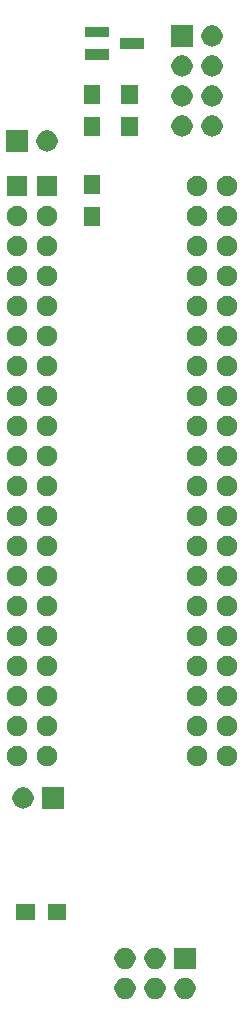
<source format=gbs>
G04 #@! TF.GenerationSoftware,KiCad,Pcbnew,(5.1.5-0-10_14)*
G04 #@! TF.CreationDate,2021-04-25T17:09:50+02:00*
G04 #@! TF.ProjectId,6526KernalSwitcher,36353236-4b65-4726-9e61-6c5377697463,3.0*
G04 #@! TF.SameCoordinates,Original*
G04 #@! TF.FileFunction,Soldermask,Bot*
G04 #@! TF.FilePolarity,Negative*
%FSLAX46Y46*%
G04 Gerber Fmt 4.6, Leading zero omitted, Abs format (unit mm)*
G04 Created by KiCad (PCBNEW (5.1.5-0-10_14)) date 2021-04-25 17:09:50*
%MOMM*%
%LPD*%
G04 APERTURE LIST*
%ADD10C,0.100000*%
G04 APERTURE END LIST*
D10*
G36*
X113397512Y-117848927D02*
G01*
X113546812Y-117878624D01*
X113710784Y-117946544D01*
X113858354Y-118045147D01*
X113983853Y-118170646D01*
X114082456Y-118318216D01*
X114150376Y-118482188D01*
X114185000Y-118656259D01*
X114185000Y-118833741D01*
X114150376Y-119007812D01*
X114082456Y-119171784D01*
X113983853Y-119319354D01*
X113858354Y-119444853D01*
X113710784Y-119543456D01*
X113546812Y-119611376D01*
X113397512Y-119641073D01*
X113372742Y-119646000D01*
X113195258Y-119646000D01*
X113170488Y-119641073D01*
X113021188Y-119611376D01*
X112857216Y-119543456D01*
X112709646Y-119444853D01*
X112584147Y-119319354D01*
X112485544Y-119171784D01*
X112417624Y-119007812D01*
X112383000Y-118833741D01*
X112383000Y-118656259D01*
X112417624Y-118482188D01*
X112485544Y-118318216D01*
X112584147Y-118170646D01*
X112709646Y-118045147D01*
X112857216Y-117946544D01*
X113021188Y-117878624D01*
X113170488Y-117848927D01*
X113195258Y-117844000D01*
X113372742Y-117844000D01*
X113397512Y-117848927D01*
G37*
G36*
X110857512Y-117848927D02*
G01*
X111006812Y-117878624D01*
X111170784Y-117946544D01*
X111318354Y-118045147D01*
X111443853Y-118170646D01*
X111542456Y-118318216D01*
X111610376Y-118482188D01*
X111645000Y-118656259D01*
X111645000Y-118833741D01*
X111610376Y-119007812D01*
X111542456Y-119171784D01*
X111443853Y-119319354D01*
X111318354Y-119444853D01*
X111170784Y-119543456D01*
X111006812Y-119611376D01*
X110857512Y-119641073D01*
X110832742Y-119646000D01*
X110655258Y-119646000D01*
X110630488Y-119641073D01*
X110481188Y-119611376D01*
X110317216Y-119543456D01*
X110169646Y-119444853D01*
X110044147Y-119319354D01*
X109945544Y-119171784D01*
X109877624Y-119007812D01*
X109843000Y-118833741D01*
X109843000Y-118656259D01*
X109877624Y-118482188D01*
X109945544Y-118318216D01*
X110044147Y-118170646D01*
X110169646Y-118045147D01*
X110317216Y-117946544D01*
X110481188Y-117878624D01*
X110630488Y-117848927D01*
X110655258Y-117844000D01*
X110832742Y-117844000D01*
X110857512Y-117848927D01*
G37*
G36*
X108317512Y-117848927D02*
G01*
X108466812Y-117878624D01*
X108630784Y-117946544D01*
X108778354Y-118045147D01*
X108903853Y-118170646D01*
X109002456Y-118318216D01*
X109070376Y-118482188D01*
X109105000Y-118656259D01*
X109105000Y-118833741D01*
X109070376Y-119007812D01*
X109002456Y-119171784D01*
X108903853Y-119319354D01*
X108778354Y-119444853D01*
X108630784Y-119543456D01*
X108466812Y-119611376D01*
X108317512Y-119641073D01*
X108292742Y-119646000D01*
X108115258Y-119646000D01*
X108090488Y-119641073D01*
X107941188Y-119611376D01*
X107777216Y-119543456D01*
X107629646Y-119444853D01*
X107504147Y-119319354D01*
X107405544Y-119171784D01*
X107337624Y-119007812D01*
X107303000Y-118833741D01*
X107303000Y-118656259D01*
X107337624Y-118482188D01*
X107405544Y-118318216D01*
X107504147Y-118170646D01*
X107629646Y-118045147D01*
X107777216Y-117946544D01*
X107941188Y-117878624D01*
X108090488Y-117848927D01*
X108115258Y-117844000D01*
X108292742Y-117844000D01*
X108317512Y-117848927D01*
G37*
G36*
X114185000Y-117106000D02*
G01*
X112383000Y-117106000D01*
X112383000Y-115304000D01*
X114185000Y-115304000D01*
X114185000Y-117106000D01*
G37*
G36*
X110857512Y-115308927D02*
G01*
X111006812Y-115338624D01*
X111170784Y-115406544D01*
X111318354Y-115505147D01*
X111443853Y-115630646D01*
X111542456Y-115778216D01*
X111610376Y-115942188D01*
X111645000Y-116116259D01*
X111645000Y-116293741D01*
X111610376Y-116467812D01*
X111542456Y-116631784D01*
X111443853Y-116779354D01*
X111318354Y-116904853D01*
X111170784Y-117003456D01*
X111006812Y-117071376D01*
X110857512Y-117101073D01*
X110832742Y-117106000D01*
X110655258Y-117106000D01*
X110630488Y-117101073D01*
X110481188Y-117071376D01*
X110317216Y-117003456D01*
X110169646Y-116904853D01*
X110044147Y-116779354D01*
X109945544Y-116631784D01*
X109877624Y-116467812D01*
X109843000Y-116293741D01*
X109843000Y-116116259D01*
X109877624Y-115942188D01*
X109945544Y-115778216D01*
X110044147Y-115630646D01*
X110169646Y-115505147D01*
X110317216Y-115406544D01*
X110481188Y-115338624D01*
X110630488Y-115308927D01*
X110655258Y-115304000D01*
X110832742Y-115304000D01*
X110857512Y-115308927D01*
G37*
G36*
X108317512Y-115308927D02*
G01*
X108466812Y-115338624D01*
X108630784Y-115406544D01*
X108778354Y-115505147D01*
X108903853Y-115630646D01*
X109002456Y-115778216D01*
X109070376Y-115942188D01*
X109105000Y-116116259D01*
X109105000Y-116293741D01*
X109070376Y-116467812D01*
X109002456Y-116631784D01*
X108903853Y-116779354D01*
X108778354Y-116904853D01*
X108630784Y-117003456D01*
X108466812Y-117071376D01*
X108317512Y-117101073D01*
X108292742Y-117106000D01*
X108115258Y-117106000D01*
X108090488Y-117101073D01*
X107941188Y-117071376D01*
X107777216Y-117003456D01*
X107629646Y-116904853D01*
X107504147Y-116779354D01*
X107405544Y-116631784D01*
X107337624Y-116467812D01*
X107303000Y-116293741D01*
X107303000Y-116116259D01*
X107337624Y-115942188D01*
X107405544Y-115778216D01*
X107504147Y-115630646D01*
X107629646Y-115505147D01*
X107777216Y-115406544D01*
X107941188Y-115338624D01*
X108090488Y-115308927D01*
X108115258Y-115304000D01*
X108292742Y-115304000D01*
X108317512Y-115308927D01*
G37*
G36*
X103243000Y-112969000D02*
G01*
X101641000Y-112969000D01*
X101641000Y-111567000D01*
X103243000Y-111567000D01*
X103243000Y-112969000D01*
G37*
G36*
X100543000Y-112969000D02*
G01*
X98941000Y-112969000D01*
X98941000Y-111567000D01*
X100543000Y-111567000D01*
X100543000Y-112969000D01*
G37*
G36*
X103009000Y-103517000D02*
G01*
X101207000Y-103517000D01*
X101207000Y-101715000D01*
X103009000Y-101715000D01*
X103009000Y-103517000D01*
G37*
G36*
X99681512Y-101719927D02*
G01*
X99830812Y-101749624D01*
X99994784Y-101817544D01*
X100142354Y-101916147D01*
X100267853Y-102041646D01*
X100366456Y-102189216D01*
X100434376Y-102353188D01*
X100469000Y-102527259D01*
X100469000Y-102704741D01*
X100434376Y-102878812D01*
X100366456Y-103042784D01*
X100267853Y-103190354D01*
X100142354Y-103315853D01*
X99994784Y-103414456D01*
X99830812Y-103482376D01*
X99681512Y-103512073D01*
X99656742Y-103517000D01*
X99479258Y-103517000D01*
X99454488Y-103512073D01*
X99305188Y-103482376D01*
X99141216Y-103414456D01*
X98993646Y-103315853D01*
X98868147Y-103190354D01*
X98769544Y-103042784D01*
X98701624Y-102878812D01*
X98667000Y-102704741D01*
X98667000Y-102527259D01*
X98701624Y-102353188D01*
X98769544Y-102189216D01*
X98868147Y-102041646D01*
X98993646Y-101916147D01*
X99141216Y-101817544D01*
X99305188Y-101749624D01*
X99454488Y-101719927D01*
X99479258Y-101715000D01*
X99656742Y-101715000D01*
X99681512Y-101719927D01*
G37*
G36*
X114548228Y-98241703D02*
G01*
X114703100Y-98305853D01*
X114842481Y-98398985D01*
X114961015Y-98517519D01*
X115054147Y-98656900D01*
X115118297Y-98811772D01*
X115151000Y-98976184D01*
X115151000Y-99143816D01*
X115118297Y-99308228D01*
X115054147Y-99463100D01*
X114961015Y-99602481D01*
X114842481Y-99721015D01*
X114703100Y-99814147D01*
X114548228Y-99878297D01*
X114383816Y-99911000D01*
X114216184Y-99911000D01*
X114051772Y-99878297D01*
X113896900Y-99814147D01*
X113757519Y-99721015D01*
X113638985Y-99602481D01*
X113545853Y-99463100D01*
X113481703Y-99308228D01*
X113449000Y-99143816D01*
X113449000Y-98976184D01*
X113481703Y-98811772D01*
X113545853Y-98656900D01*
X113638985Y-98517519D01*
X113757519Y-98398985D01*
X113896900Y-98305853D01*
X114051772Y-98241703D01*
X114216184Y-98209000D01*
X114383816Y-98209000D01*
X114548228Y-98241703D01*
G37*
G36*
X99308228Y-98241703D02*
G01*
X99463100Y-98305853D01*
X99602481Y-98398985D01*
X99721015Y-98517519D01*
X99814147Y-98656900D01*
X99878297Y-98811772D01*
X99911000Y-98976184D01*
X99911000Y-99143816D01*
X99878297Y-99308228D01*
X99814147Y-99463100D01*
X99721015Y-99602481D01*
X99602481Y-99721015D01*
X99463100Y-99814147D01*
X99308228Y-99878297D01*
X99143816Y-99911000D01*
X98976184Y-99911000D01*
X98811772Y-99878297D01*
X98656900Y-99814147D01*
X98517519Y-99721015D01*
X98398985Y-99602481D01*
X98305853Y-99463100D01*
X98241703Y-99308228D01*
X98209000Y-99143816D01*
X98209000Y-98976184D01*
X98241703Y-98811772D01*
X98305853Y-98656900D01*
X98398985Y-98517519D01*
X98517519Y-98398985D01*
X98656900Y-98305853D01*
X98811772Y-98241703D01*
X98976184Y-98209000D01*
X99143816Y-98209000D01*
X99308228Y-98241703D01*
G37*
G36*
X117088228Y-98241703D02*
G01*
X117243100Y-98305853D01*
X117382481Y-98398985D01*
X117501015Y-98517519D01*
X117594147Y-98656900D01*
X117658297Y-98811772D01*
X117691000Y-98976184D01*
X117691000Y-99143816D01*
X117658297Y-99308228D01*
X117594147Y-99463100D01*
X117501015Y-99602481D01*
X117382481Y-99721015D01*
X117243100Y-99814147D01*
X117088228Y-99878297D01*
X116923816Y-99911000D01*
X116756184Y-99911000D01*
X116591772Y-99878297D01*
X116436900Y-99814147D01*
X116297519Y-99721015D01*
X116178985Y-99602481D01*
X116085853Y-99463100D01*
X116021703Y-99308228D01*
X115989000Y-99143816D01*
X115989000Y-98976184D01*
X116021703Y-98811772D01*
X116085853Y-98656900D01*
X116178985Y-98517519D01*
X116297519Y-98398985D01*
X116436900Y-98305853D01*
X116591772Y-98241703D01*
X116756184Y-98209000D01*
X116923816Y-98209000D01*
X117088228Y-98241703D01*
G37*
G36*
X101848228Y-98241703D02*
G01*
X102003100Y-98305853D01*
X102142481Y-98398985D01*
X102261015Y-98517519D01*
X102354147Y-98656900D01*
X102418297Y-98811772D01*
X102451000Y-98976184D01*
X102451000Y-99143816D01*
X102418297Y-99308228D01*
X102354147Y-99463100D01*
X102261015Y-99602481D01*
X102142481Y-99721015D01*
X102003100Y-99814147D01*
X101848228Y-99878297D01*
X101683816Y-99911000D01*
X101516184Y-99911000D01*
X101351772Y-99878297D01*
X101196900Y-99814147D01*
X101057519Y-99721015D01*
X100938985Y-99602481D01*
X100845853Y-99463100D01*
X100781703Y-99308228D01*
X100749000Y-99143816D01*
X100749000Y-98976184D01*
X100781703Y-98811772D01*
X100845853Y-98656900D01*
X100938985Y-98517519D01*
X101057519Y-98398985D01*
X101196900Y-98305853D01*
X101351772Y-98241703D01*
X101516184Y-98209000D01*
X101683816Y-98209000D01*
X101848228Y-98241703D01*
G37*
G36*
X99308228Y-95701703D02*
G01*
X99463100Y-95765853D01*
X99602481Y-95858985D01*
X99721015Y-95977519D01*
X99814147Y-96116900D01*
X99878297Y-96271772D01*
X99911000Y-96436184D01*
X99911000Y-96603816D01*
X99878297Y-96768228D01*
X99814147Y-96923100D01*
X99721015Y-97062481D01*
X99602481Y-97181015D01*
X99463100Y-97274147D01*
X99308228Y-97338297D01*
X99143816Y-97371000D01*
X98976184Y-97371000D01*
X98811772Y-97338297D01*
X98656900Y-97274147D01*
X98517519Y-97181015D01*
X98398985Y-97062481D01*
X98305853Y-96923100D01*
X98241703Y-96768228D01*
X98209000Y-96603816D01*
X98209000Y-96436184D01*
X98241703Y-96271772D01*
X98305853Y-96116900D01*
X98398985Y-95977519D01*
X98517519Y-95858985D01*
X98656900Y-95765853D01*
X98811772Y-95701703D01*
X98976184Y-95669000D01*
X99143816Y-95669000D01*
X99308228Y-95701703D01*
G37*
G36*
X117088228Y-95701703D02*
G01*
X117243100Y-95765853D01*
X117382481Y-95858985D01*
X117501015Y-95977519D01*
X117594147Y-96116900D01*
X117658297Y-96271772D01*
X117691000Y-96436184D01*
X117691000Y-96603816D01*
X117658297Y-96768228D01*
X117594147Y-96923100D01*
X117501015Y-97062481D01*
X117382481Y-97181015D01*
X117243100Y-97274147D01*
X117088228Y-97338297D01*
X116923816Y-97371000D01*
X116756184Y-97371000D01*
X116591772Y-97338297D01*
X116436900Y-97274147D01*
X116297519Y-97181015D01*
X116178985Y-97062481D01*
X116085853Y-96923100D01*
X116021703Y-96768228D01*
X115989000Y-96603816D01*
X115989000Y-96436184D01*
X116021703Y-96271772D01*
X116085853Y-96116900D01*
X116178985Y-95977519D01*
X116297519Y-95858985D01*
X116436900Y-95765853D01*
X116591772Y-95701703D01*
X116756184Y-95669000D01*
X116923816Y-95669000D01*
X117088228Y-95701703D01*
G37*
G36*
X114548228Y-95701703D02*
G01*
X114703100Y-95765853D01*
X114842481Y-95858985D01*
X114961015Y-95977519D01*
X115054147Y-96116900D01*
X115118297Y-96271772D01*
X115151000Y-96436184D01*
X115151000Y-96603816D01*
X115118297Y-96768228D01*
X115054147Y-96923100D01*
X114961015Y-97062481D01*
X114842481Y-97181015D01*
X114703100Y-97274147D01*
X114548228Y-97338297D01*
X114383816Y-97371000D01*
X114216184Y-97371000D01*
X114051772Y-97338297D01*
X113896900Y-97274147D01*
X113757519Y-97181015D01*
X113638985Y-97062481D01*
X113545853Y-96923100D01*
X113481703Y-96768228D01*
X113449000Y-96603816D01*
X113449000Y-96436184D01*
X113481703Y-96271772D01*
X113545853Y-96116900D01*
X113638985Y-95977519D01*
X113757519Y-95858985D01*
X113896900Y-95765853D01*
X114051772Y-95701703D01*
X114216184Y-95669000D01*
X114383816Y-95669000D01*
X114548228Y-95701703D01*
G37*
G36*
X101848228Y-95701703D02*
G01*
X102003100Y-95765853D01*
X102142481Y-95858985D01*
X102261015Y-95977519D01*
X102354147Y-96116900D01*
X102418297Y-96271772D01*
X102451000Y-96436184D01*
X102451000Y-96603816D01*
X102418297Y-96768228D01*
X102354147Y-96923100D01*
X102261015Y-97062481D01*
X102142481Y-97181015D01*
X102003100Y-97274147D01*
X101848228Y-97338297D01*
X101683816Y-97371000D01*
X101516184Y-97371000D01*
X101351772Y-97338297D01*
X101196900Y-97274147D01*
X101057519Y-97181015D01*
X100938985Y-97062481D01*
X100845853Y-96923100D01*
X100781703Y-96768228D01*
X100749000Y-96603816D01*
X100749000Y-96436184D01*
X100781703Y-96271772D01*
X100845853Y-96116900D01*
X100938985Y-95977519D01*
X101057519Y-95858985D01*
X101196900Y-95765853D01*
X101351772Y-95701703D01*
X101516184Y-95669000D01*
X101683816Y-95669000D01*
X101848228Y-95701703D01*
G37*
G36*
X99308228Y-93161703D02*
G01*
X99463100Y-93225853D01*
X99602481Y-93318985D01*
X99721015Y-93437519D01*
X99814147Y-93576900D01*
X99878297Y-93731772D01*
X99911000Y-93896184D01*
X99911000Y-94063816D01*
X99878297Y-94228228D01*
X99814147Y-94383100D01*
X99721015Y-94522481D01*
X99602481Y-94641015D01*
X99463100Y-94734147D01*
X99308228Y-94798297D01*
X99143816Y-94831000D01*
X98976184Y-94831000D01*
X98811772Y-94798297D01*
X98656900Y-94734147D01*
X98517519Y-94641015D01*
X98398985Y-94522481D01*
X98305853Y-94383100D01*
X98241703Y-94228228D01*
X98209000Y-94063816D01*
X98209000Y-93896184D01*
X98241703Y-93731772D01*
X98305853Y-93576900D01*
X98398985Y-93437519D01*
X98517519Y-93318985D01*
X98656900Y-93225853D01*
X98811772Y-93161703D01*
X98976184Y-93129000D01*
X99143816Y-93129000D01*
X99308228Y-93161703D01*
G37*
G36*
X114548228Y-93161703D02*
G01*
X114703100Y-93225853D01*
X114842481Y-93318985D01*
X114961015Y-93437519D01*
X115054147Y-93576900D01*
X115118297Y-93731772D01*
X115151000Y-93896184D01*
X115151000Y-94063816D01*
X115118297Y-94228228D01*
X115054147Y-94383100D01*
X114961015Y-94522481D01*
X114842481Y-94641015D01*
X114703100Y-94734147D01*
X114548228Y-94798297D01*
X114383816Y-94831000D01*
X114216184Y-94831000D01*
X114051772Y-94798297D01*
X113896900Y-94734147D01*
X113757519Y-94641015D01*
X113638985Y-94522481D01*
X113545853Y-94383100D01*
X113481703Y-94228228D01*
X113449000Y-94063816D01*
X113449000Y-93896184D01*
X113481703Y-93731772D01*
X113545853Y-93576900D01*
X113638985Y-93437519D01*
X113757519Y-93318985D01*
X113896900Y-93225853D01*
X114051772Y-93161703D01*
X114216184Y-93129000D01*
X114383816Y-93129000D01*
X114548228Y-93161703D01*
G37*
G36*
X101848228Y-93161703D02*
G01*
X102003100Y-93225853D01*
X102142481Y-93318985D01*
X102261015Y-93437519D01*
X102354147Y-93576900D01*
X102418297Y-93731772D01*
X102451000Y-93896184D01*
X102451000Y-94063816D01*
X102418297Y-94228228D01*
X102354147Y-94383100D01*
X102261015Y-94522481D01*
X102142481Y-94641015D01*
X102003100Y-94734147D01*
X101848228Y-94798297D01*
X101683816Y-94831000D01*
X101516184Y-94831000D01*
X101351772Y-94798297D01*
X101196900Y-94734147D01*
X101057519Y-94641015D01*
X100938985Y-94522481D01*
X100845853Y-94383100D01*
X100781703Y-94228228D01*
X100749000Y-94063816D01*
X100749000Y-93896184D01*
X100781703Y-93731772D01*
X100845853Y-93576900D01*
X100938985Y-93437519D01*
X101057519Y-93318985D01*
X101196900Y-93225853D01*
X101351772Y-93161703D01*
X101516184Y-93129000D01*
X101683816Y-93129000D01*
X101848228Y-93161703D01*
G37*
G36*
X117088228Y-93161703D02*
G01*
X117243100Y-93225853D01*
X117382481Y-93318985D01*
X117501015Y-93437519D01*
X117594147Y-93576900D01*
X117658297Y-93731772D01*
X117691000Y-93896184D01*
X117691000Y-94063816D01*
X117658297Y-94228228D01*
X117594147Y-94383100D01*
X117501015Y-94522481D01*
X117382481Y-94641015D01*
X117243100Y-94734147D01*
X117088228Y-94798297D01*
X116923816Y-94831000D01*
X116756184Y-94831000D01*
X116591772Y-94798297D01*
X116436900Y-94734147D01*
X116297519Y-94641015D01*
X116178985Y-94522481D01*
X116085853Y-94383100D01*
X116021703Y-94228228D01*
X115989000Y-94063816D01*
X115989000Y-93896184D01*
X116021703Y-93731772D01*
X116085853Y-93576900D01*
X116178985Y-93437519D01*
X116297519Y-93318985D01*
X116436900Y-93225853D01*
X116591772Y-93161703D01*
X116756184Y-93129000D01*
X116923816Y-93129000D01*
X117088228Y-93161703D01*
G37*
G36*
X99308228Y-90621703D02*
G01*
X99463100Y-90685853D01*
X99602481Y-90778985D01*
X99721015Y-90897519D01*
X99814147Y-91036900D01*
X99878297Y-91191772D01*
X99911000Y-91356184D01*
X99911000Y-91523816D01*
X99878297Y-91688228D01*
X99814147Y-91843100D01*
X99721015Y-91982481D01*
X99602481Y-92101015D01*
X99463100Y-92194147D01*
X99308228Y-92258297D01*
X99143816Y-92291000D01*
X98976184Y-92291000D01*
X98811772Y-92258297D01*
X98656900Y-92194147D01*
X98517519Y-92101015D01*
X98398985Y-91982481D01*
X98305853Y-91843100D01*
X98241703Y-91688228D01*
X98209000Y-91523816D01*
X98209000Y-91356184D01*
X98241703Y-91191772D01*
X98305853Y-91036900D01*
X98398985Y-90897519D01*
X98517519Y-90778985D01*
X98656900Y-90685853D01*
X98811772Y-90621703D01*
X98976184Y-90589000D01*
X99143816Y-90589000D01*
X99308228Y-90621703D01*
G37*
G36*
X101848228Y-90621703D02*
G01*
X102003100Y-90685853D01*
X102142481Y-90778985D01*
X102261015Y-90897519D01*
X102354147Y-91036900D01*
X102418297Y-91191772D01*
X102451000Y-91356184D01*
X102451000Y-91523816D01*
X102418297Y-91688228D01*
X102354147Y-91843100D01*
X102261015Y-91982481D01*
X102142481Y-92101015D01*
X102003100Y-92194147D01*
X101848228Y-92258297D01*
X101683816Y-92291000D01*
X101516184Y-92291000D01*
X101351772Y-92258297D01*
X101196900Y-92194147D01*
X101057519Y-92101015D01*
X100938985Y-91982481D01*
X100845853Y-91843100D01*
X100781703Y-91688228D01*
X100749000Y-91523816D01*
X100749000Y-91356184D01*
X100781703Y-91191772D01*
X100845853Y-91036900D01*
X100938985Y-90897519D01*
X101057519Y-90778985D01*
X101196900Y-90685853D01*
X101351772Y-90621703D01*
X101516184Y-90589000D01*
X101683816Y-90589000D01*
X101848228Y-90621703D01*
G37*
G36*
X117088228Y-90621703D02*
G01*
X117243100Y-90685853D01*
X117382481Y-90778985D01*
X117501015Y-90897519D01*
X117594147Y-91036900D01*
X117658297Y-91191772D01*
X117691000Y-91356184D01*
X117691000Y-91523816D01*
X117658297Y-91688228D01*
X117594147Y-91843100D01*
X117501015Y-91982481D01*
X117382481Y-92101015D01*
X117243100Y-92194147D01*
X117088228Y-92258297D01*
X116923816Y-92291000D01*
X116756184Y-92291000D01*
X116591772Y-92258297D01*
X116436900Y-92194147D01*
X116297519Y-92101015D01*
X116178985Y-91982481D01*
X116085853Y-91843100D01*
X116021703Y-91688228D01*
X115989000Y-91523816D01*
X115989000Y-91356184D01*
X116021703Y-91191772D01*
X116085853Y-91036900D01*
X116178985Y-90897519D01*
X116297519Y-90778985D01*
X116436900Y-90685853D01*
X116591772Y-90621703D01*
X116756184Y-90589000D01*
X116923816Y-90589000D01*
X117088228Y-90621703D01*
G37*
G36*
X114548228Y-90621703D02*
G01*
X114703100Y-90685853D01*
X114842481Y-90778985D01*
X114961015Y-90897519D01*
X115054147Y-91036900D01*
X115118297Y-91191772D01*
X115151000Y-91356184D01*
X115151000Y-91523816D01*
X115118297Y-91688228D01*
X115054147Y-91843100D01*
X114961015Y-91982481D01*
X114842481Y-92101015D01*
X114703100Y-92194147D01*
X114548228Y-92258297D01*
X114383816Y-92291000D01*
X114216184Y-92291000D01*
X114051772Y-92258297D01*
X113896900Y-92194147D01*
X113757519Y-92101015D01*
X113638985Y-91982481D01*
X113545853Y-91843100D01*
X113481703Y-91688228D01*
X113449000Y-91523816D01*
X113449000Y-91356184D01*
X113481703Y-91191772D01*
X113545853Y-91036900D01*
X113638985Y-90897519D01*
X113757519Y-90778985D01*
X113896900Y-90685853D01*
X114051772Y-90621703D01*
X114216184Y-90589000D01*
X114383816Y-90589000D01*
X114548228Y-90621703D01*
G37*
G36*
X114548228Y-88081703D02*
G01*
X114703100Y-88145853D01*
X114842481Y-88238985D01*
X114961015Y-88357519D01*
X115054147Y-88496900D01*
X115118297Y-88651772D01*
X115151000Y-88816184D01*
X115151000Y-88983816D01*
X115118297Y-89148228D01*
X115054147Y-89303100D01*
X114961015Y-89442481D01*
X114842481Y-89561015D01*
X114703100Y-89654147D01*
X114548228Y-89718297D01*
X114383816Y-89751000D01*
X114216184Y-89751000D01*
X114051772Y-89718297D01*
X113896900Y-89654147D01*
X113757519Y-89561015D01*
X113638985Y-89442481D01*
X113545853Y-89303100D01*
X113481703Y-89148228D01*
X113449000Y-88983816D01*
X113449000Y-88816184D01*
X113481703Y-88651772D01*
X113545853Y-88496900D01*
X113638985Y-88357519D01*
X113757519Y-88238985D01*
X113896900Y-88145853D01*
X114051772Y-88081703D01*
X114216184Y-88049000D01*
X114383816Y-88049000D01*
X114548228Y-88081703D01*
G37*
G36*
X101848228Y-88081703D02*
G01*
X102003100Y-88145853D01*
X102142481Y-88238985D01*
X102261015Y-88357519D01*
X102354147Y-88496900D01*
X102418297Y-88651772D01*
X102451000Y-88816184D01*
X102451000Y-88983816D01*
X102418297Y-89148228D01*
X102354147Y-89303100D01*
X102261015Y-89442481D01*
X102142481Y-89561015D01*
X102003100Y-89654147D01*
X101848228Y-89718297D01*
X101683816Y-89751000D01*
X101516184Y-89751000D01*
X101351772Y-89718297D01*
X101196900Y-89654147D01*
X101057519Y-89561015D01*
X100938985Y-89442481D01*
X100845853Y-89303100D01*
X100781703Y-89148228D01*
X100749000Y-88983816D01*
X100749000Y-88816184D01*
X100781703Y-88651772D01*
X100845853Y-88496900D01*
X100938985Y-88357519D01*
X101057519Y-88238985D01*
X101196900Y-88145853D01*
X101351772Y-88081703D01*
X101516184Y-88049000D01*
X101683816Y-88049000D01*
X101848228Y-88081703D01*
G37*
G36*
X99308228Y-88081703D02*
G01*
X99463100Y-88145853D01*
X99602481Y-88238985D01*
X99721015Y-88357519D01*
X99814147Y-88496900D01*
X99878297Y-88651772D01*
X99911000Y-88816184D01*
X99911000Y-88983816D01*
X99878297Y-89148228D01*
X99814147Y-89303100D01*
X99721015Y-89442481D01*
X99602481Y-89561015D01*
X99463100Y-89654147D01*
X99308228Y-89718297D01*
X99143816Y-89751000D01*
X98976184Y-89751000D01*
X98811772Y-89718297D01*
X98656900Y-89654147D01*
X98517519Y-89561015D01*
X98398985Y-89442481D01*
X98305853Y-89303100D01*
X98241703Y-89148228D01*
X98209000Y-88983816D01*
X98209000Y-88816184D01*
X98241703Y-88651772D01*
X98305853Y-88496900D01*
X98398985Y-88357519D01*
X98517519Y-88238985D01*
X98656900Y-88145853D01*
X98811772Y-88081703D01*
X98976184Y-88049000D01*
X99143816Y-88049000D01*
X99308228Y-88081703D01*
G37*
G36*
X117088228Y-88081703D02*
G01*
X117243100Y-88145853D01*
X117382481Y-88238985D01*
X117501015Y-88357519D01*
X117594147Y-88496900D01*
X117658297Y-88651772D01*
X117691000Y-88816184D01*
X117691000Y-88983816D01*
X117658297Y-89148228D01*
X117594147Y-89303100D01*
X117501015Y-89442481D01*
X117382481Y-89561015D01*
X117243100Y-89654147D01*
X117088228Y-89718297D01*
X116923816Y-89751000D01*
X116756184Y-89751000D01*
X116591772Y-89718297D01*
X116436900Y-89654147D01*
X116297519Y-89561015D01*
X116178985Y-89442481D01*
X116085853Y-89303100D01*
X116021703Y-89148228D01*
X115989000Y-88983816D01*
X115989000Y-88816184D01*
X116021703Y-88651772D01*
X116085853Y-88496900D01*
X116178985Y-88357519D01*
X116297519Y-88238985D01*
X116436900Y-88145853D01*
X116591772Y-88081703D01*
X116756184Y-88049000D01*
X116923816Y-88049000D01*
X117088228Y-88081703D01*
G37*
G36*
X117088228Y-85541703D02*
G01*
X117243100Y-85605853D01*
X117382481Y-85698985D01*
X117501015Y-85817519D01*
X117594147Y-85956900D01*
X117658297Y-86111772D01*
X117691000Y-86276184D01*
X117691000Y-86443816D01*
X117658297Y-86608228D01*
X117594147Y-86763100D01*
X117501015Y-86902481D01*
X117382481Y-87021015D01*
X117243100Y-87114147D01*
X117088228Y-87178297D01*
X116923816Y-87211000D01*
X116756184Y-87211000D01*
X116591772Y-87178297D01*
X116436900Y-87114147D01*
X116297519Y-87021015D01*
X116178985Y-86902481D01*
X116085853Y-86763100D01*
X116021703Y-86608228D01*
X115989000Y-86443816D01*
X115989000Y-86276184D01*
X116021703Y-86111772D01*
X116085853Y-85956900D01*
X116178985Y-85817519D01*
X116297519Y-85698985D01*
X116436900Y-85605853D01*
X116591772Y-85541703D01*
X116756184Y-85509000D01*
X116923816Y-85509000D01*
X117088228Y-85541703D01*
G37*
G36*
X99308228Y-85541703D02*
G01*
X99463100Y-85605853D01*
X99602481Y-85698985D01*
X99721015Y-85817519D01*
X99814147Y-85956900D01*
X99878297Y-86111772D01*
X99911000Y-86276184D01*
X99911000Y-86443816D01*
X99878297Y-86608228D01*
X99814147Y-86763100D01*
X99721015Y-86902481D01*
X99602481Y-87021015D01*
X99463100Y-87114147D01*
X99308228Y-87178297D01*
X99143816Y-87211000D01*
X98976184Y-87211000D01*
X98811772Y-87178297D01*
X98656900Y-87114147D01*
X98517519Y-87021015D01*
X98398985Y-86902481D01*
X98305853Y-86763100D01*
X98241703Y-86608228D01*
X98209000Y-86443816D01*
X98209000Y-86276184D01*
X98241703Y-86111772D01*
X98305853Y-85956900D01*
X98398985Y-85817519D01*
X98517519Y-85698985D01*
X98656900Y-85605853D01*
X98811772Y-85541703D01*
X98976184Y-85509000D01*
X99143816Y-85509000D01*
X99308228Y-85541703D01*
G37*
G36*
X114548228Y-85541703D02*
G01*
X114703100Y-85605853D01*
X114842481Y-85698985D01*
X114961015Y-85817519D01*
X115054147Y-85956900D01*
X115118297Y-86111772D01*
X115151000Y-86276184D01*
X115151000Y-86443816D01*
X115118297Y-86608228D01*
X115054147Y-86763100D01*
X114961015Y-86902481D01*
X114842481Y-87021015D01*
X114703100Y-87114147D01*
X114548228Y-87178297D01*
X114383816Y-87211000D01*
X114216184Y-87211000D01*
X114051772Y-87178297D01*
X113896900Y-87114147D01*
X113757519Y-87021015D01*
X113638985Y-86902481D01*
X113545853Y-86763100D01*
X113481703Y-86608228D01*
X113449000Y-86443816D01*
X113449000Y-86276184D01*
X113481703Y-86111772D01*
X113545853Y-85956900D01*
X113638985Y-85817519D01*
X113757519Y-85698985D01*
X113896900Y-85605853D01*
X114051772Y-85541703D01*
X114216184Y-85509000D01*
X114383816Y-85509000D01*
X114548228Y-85541703D01*
G37*
G36*
X101848228Y-85541703D02*
G01*
X102003100Y-85605853D01*
X102142481Y-85698985D01*
X102261015Y-85817519D01*
X102354147Y-85956900D01*
X102418297Y-86111772D01*
X102451000Y-86276184D01*
X102451000Y-86443816D01*
X102418297Y-86608228D01*
X102354147Y-86763100D01*
X102261015Y-86902481D01*
X102142481Y-87021015D01*
X102003100Y-87114147D01*
X101848228Y-87178297D01*
X101683816Y-87211000D01*
X101516184Y-87211000D01*
X101351772Y-87178297D01*
X101196900Y-87114147D01*
X101057519Y-87021015D01*
X100938985Y-86902481D01*
X100845853Y-86763100D01*
X100781703Y-86608228D01*
X100749000Y-86443816D01*
X100749000Y-86276184D01*
X100781703Y-86111772D01*
X100845853Y-85956900D01*
X100938985Y-85817519D01*
X101057519Y-85698985D01*
X101196900Y-85605853D01*
X101351772Y-85541703D01*
X101516184Y-85509000D01*
X101683816Y-85509000D01*
X101848228Y-85541703D01*
G37*
G36*
X99308228Y-83001703D02*
G01*
X99463100Y-83065853D01*
X99602481Y-83158985D01*
X99721015Y-83277519D01*
X99814147Y-83416900D01*
X99878297Y-83571772D01*
X99911000Y-83736184D01*
X99911000Y-83903816D01*
X99878297Y-84068228D01*
X99814147Y-84223100D01*
X99721015Y-84362481D01*
X99602481Y-84481015D01*
X99463100Y-84574147D01*
X99308228Y-84638297D01*
X99143816Y-84671000D01*
X98976184Y-84671000D01*
X98811772Y-84638297D01*
X98656900Y-84574147D01*
X98517519Y-84481015D01*
X98398985Y-84362481D01*
X98305853Y-84223100D01*
X98241703Y-84068228D01*
X98209000Y-83903816D01*
X98209000Y-83736184D01*
X98241703Y-83571772D01*
X98305853Y-83416900D01*
X98398985Y-83277519D01*
X98517519Y-83158985D01*
X98656900Y-83065853D01*
X98811772Y-83001703D01*
X98976184Y-82969000D01*
X99143816Y-82969000D01*
X99308228Y-83001703D01*
G37*
G36*
X101848228Y-83001703D02*
G01*
X102003100Y-83065853D01*
X102142481Y-83158985D01*
X102261015Y-83277519D01*
X102354147Y-83416900D01*
X102418297Y-83571772D01*
X102451000Y-83736184D01*
X102451000Y-83903816D01*
X102418297Y-84068228D01*
X102354147Y-84223100D01*
X102261015Y-84362481D01*
X102142481Y-84481015D01*
X102003100Y-84574147D01*
X101848228Y-84638297D01*
X101683816Y-84671000D01*
X101516184Y-84671000D01*
X101351772Y-84638297D01*
X101196900Y-84574147D01*
X101057519Y-84481015D01*
X100938985Y-84362481D01*
X100845853Y-84223100D01*
X100781703Y-84068228D01*
X100749000Y-83903816D01*
X100749000Y-83736184D01*
X100781703Y-83571772D01*
X100845853Y-83416900D01*
X100938985Y-83277519D01*
X101057519Y-83158985D01*
X101196900Y-83065853D01*
X101351772Y-83001703D01*
X101516184Y-82969000D01*
X101683816Y-82969000D01*
X101848228Y-83001703D01*
G37*
G36*
X117088228Y-83001703D02*
G01*
X117243100Y-83065853D01*
X117382481Y-83158985D01*
X117501015Y-83277519D01*
X117594147Y-83416900D01*
X117658297Y-83571772D01*
X117691000Y-83736184D01*
X117691000Y-83903816D01*
X117658297Y-84068228D01*
X117594147Y-84223100D01*
X117501015Y-84362481D01*
X117382481Y-84481015D01*
X117243100Y-84574147D01*
X117088228Y-84638297D01*
X116923816Y-84671000D01*
X116756184Y-84671000D01*
X116591772Y-84638297D01*
X116436900Y-84574147D01*
X116297519Y-84481015D01*
X116178985Y-84362481D01*
X116085853Y-84223100D01*
X116021703Y-84068228D01*
X115989000Y-83903816D01*
X115989000Y-83736184D01*
X116021703Y-83571772D01*
X116085853Y-83416900D01*
X116178985Y-83277519D01*
X116297519Y-83158985D01*
X116436900Y-83065853D01*
X116591772Y-83001703D01*
X116756184Y-82969000D01*
X116923816Y-82969000D01*
X117088228Y-83001703D01*
G37*
G36*
X114548228Y-83001703D02*
G01*
X114703100Y-83065853D01*
X114842481Y-83158985D01*
X114961015Y-83277519D01*
X115054147Y-83416900D01*
X115118297Y-83571772D01*
X115151000Y-83736184D01*
X115151000Y-83903816D01*
X115118297Y-84068228D01*
X115054147Y-84223100D01*
X114961015Y-84362481D01*
X114842481Y-84481015D01*
X114703100Y-84574147D01*
X114548228Y-84638297D01*
X114383816Y-84671000D01*
X114216184Y-84671000D01*
X114051772Y-84638297D01*
X113896900Y-84574147D01*
X113757519Y-84481015D01*
X113638985Y-84362481D01*
X113545853Y-84223100D01*
X113481703Y-84068228D01*
X113449000Y-83903816D01*
X113449000Y-83736184D01*
X113481703Y-83571772D01*
X113545853Y-83416900D01*
X113638985Y-83277519D01*
X113757519Y-83158985D01*
X113896900Y-83065853D01*
X114051772Y-83001703D01*
X114216184Y-82969000D01*
X114383816Y-82969000D01*
X114548228Y-83001703D01*
G37*
G36*
X99308228Y-80461703D02*
G01*
X99463100Y-80525853D01*
X99602481Y-80618985D01*
X99721015Y-80737519D01*
X99814147Y-80876900D01*
X99878297Y-81031772D01*
X99911000Y-81196184D01*
X99911000Y-81363816D01*
X99878297Y-81528228D01*
X99814147Y-81683100D01*
X99721015Y-81822481D01*
X99602481Y-81941015D01*
X99463100Y-82034147D01*
X99308228Y-82098297D01*
X99143816Y-82131000D01*
X98976184Y-82131000D01*
X98811772Y-82098297D01*
X98656900Y-82034147D01*
X98517519Y-81941015D01*
X98398985Y-81822481D01*
X98305853Y-81683100D01*
X98241703Y-81528228D01*
X98209000Y-81363816D01*
X98209000Y-81196184D01*
X98241703Y-81031772D01*
X98305853Y-80876900D01*
X98398985Y-80737519D01*
X98517519Y-80618985D01*
X98656900Y-80525853D01*
X98811772Y-80461703D01*
X98976184Y-80429000D01*
X99143816Y-80429000D01*
X99308228Y-80461703D01*
G37*
G36*
X101848228Y-80461703D02*
G01*
X102003100Y-80525853D01*
X102142481Y-80618985D01*
X102261015Y-80737519D01*
X102354147Y-80876900D01*
X102418297Y-81031772D01*
X102451000Y-81196184D01*
X102451000Y-81363816D01*
X102418297Y-81528228D01*
X102354147Y-81683100D01*
X102261015Y-81822481D01*
X102142481Y-81941015D01*
X102003100Y-82034147D01*
X101848228Y-82098297D01*
X101683816Y-82131000D01*
X101516184Y-82131000D01*
X101351772Y-82098297D01*
X101196900Y-82034147D01*
X101057519Y-81941015D01*
X100938985Y-81822481D01*
X100845853Y-81683100D01*
X100781703Y-81528228D01*
X100749000Y-81363816D01*
X100749000Y-81196184D01*
X100781703Y-81031772D01*
X100845853Y-80876900D01*
X100938985Y-80737519D01*
X101057519Y-80618985D01*
X101196900Y-80525853D01*
X101351772Y-80461703D01*
X101516184Y-80429000D01*
X101683816Y-80429000D01*
X101848228Y-80461703D01*
G37*
G36*
X114548228Y-80461703D02*
G01*
X114703100Y-80525853D01*
X114842481Y-80618985D01*
X114961015Y-80737519D01*
X115054147Y-80876900D01*
X115118297Y-81031772D01*
X115151000Y-81196184D01*
X115151000Y-81363816D01*
X115118297Y-81528228D01*
X115054147Y-81683100D01*
X114961015Y-81822481D01*
X114842481Y-81941015D01*
X114703100Y-82034147D01*
X114548228Y-82098297D01*
X114383816Y-82131000D01*
X114216184Y-82131000D01*
X114051772Y-82098297D01*
X113896900Y-82034147D01*
X113757519Y-81941015D01*
X113638985Y-81822481D01*
X113545853Y-81683100D01*
X113481703Y-81528228D01*
X113449000Y-81363816D01*
X113449000Y-81196184D01*
X113481703Y-81031772D01*
X113545853Y-80876900D01*
X113638985Y-80737519D01*
X113757519Y-80618985D01*
X113896900Y-80525853D01*
X114051772Y-80461703D01*
X114216184Y-80429000D01*
X114383816Y-80429000D01*
X114548228Y-80461703D01*
G37*
G36*
X117088228Y-80461703D02*
G01*
X117243100Y-80525853D01*
X117382481Y-80618985D01*
X117501015Y-80737519D01*
X117594147Y-80876900D01*
X117658297Y-81031772D01*
X117691000Y-81196184D01*
X117691000Y-81363816D01*
X117658297Y-81528228D01*
X117594147Y-81683100D01*
X117501015Y-81822481D01*
X117382481Y-81941015D01*
X117243100Y-82034147D01*
X117088228Y-82098297D01*
X116923816Y-82131000D01*
X116756184Y-82131000D01*
X116591772Y-82098297D01*
X116436900Y-82034147D01*
X116297519Y-81941015D01*
X116178985Y-81822481D01*
X116085853Y-81683100D01*
X116021703Y-81528228D01*
X115989000Y-81363816D01*
X115989000Y-81196184D01*
X116021703Y-81031772D01*
X116085853Y-80876900D01*
X116178985Y-80737519D01*
X116297519Y-80618985D01*
X116436900Y-80525853D01*
X116591772Y-80461703D01*
X116756184Y-80429000D01*
X116923816Y-80429000D01*
X117088228Y-80461703D01*
G37*
G36*
X101848228Y-77921703D02*
G01*
X102003100Y-77985853D01*
X102142481Y-78078985D01*
X102261015Y-78197519D01*
X102354147Y-78336900D01*
X102418297Y-78491772D01*
X102451000Y-78656184D01*
X102451000Y-78823816D01*
X102418297Y-78988228D01*
X102354147Y-79143100D01*
X102261015Y-79282481D01*
X102142481Y-79401015D01*
X102003100Y-79494147D01*
X101848228Y-79558297D01*
X101683816Y-79591000D01*
X101516184Y-79591000D01*
X101351772Y-79558297D01*
X101196900Y-79494147D01*
X101057519Y-79401015D01*
X100938985Y-79282481D01*
X100845853Y-79143100D01*
X100781703Y-78988228D01*
X100749000Y-78823816D01*
X100749000Y-78656184D01*
X100781703Y-78491772D01*
X100845853Y-78336900D01*
X100938985Y-78197519D01*
X101057519Y-78078985D01*
X101196900Y-77985853D01*
X101351772Y-77921703D01*
X101516184Y-77889000D01*
X101683816Y-77889000D01*
X101848228Y-77921703D01*
G37*
G36*
X99308228Y-77921703D02*
G01*
X99463100Y-77985853D01*
X99602481Y-78078985D01*
X99721015Y-78197519D01*
X99814147Y-78336900D01*
X99878297Y-78491772D01*
X99911000Y-78656184D01*
X99911000Y-78823816D01*
X99878297Y-78988228D01*
X99814147Y-79143100D01*
X99721015Y-79282481D01*
X99602481Y-79401015D01*
X99463100Y-79494147D01*
X99308228Y-79558297D01*
X99143816Y-79591000D01*
X98976184Y-79591000D01*
X98811772Y-79558297D01*
X98656900Y-79494147D01*
X98517519Y-79401015D01*
X98398985Y-79282481D01*
X98305853Y-79143100D01*
X98241703Y-78988228D01*
X98209000Y-78823816D01*
X98209000Y-78656184D01*
X98241703Y-78491772D01*
X98305853Y-78336900D01*
X98398985Y-78197519D01*
X98517519Y-78078985D01*
X98656900Y-77985853D01*
X98811772Y-77921703D01*
X98976184Y-77889000D01*
X99143816Y-77889000D01*
X99308228Y-77921703D01*
G37*
G36*
X114548228Y-77921703D02*
G01*
X114703100Y-77985853D01*
X114842481Y-78078985D01*
X114961015Y-78197519D01*
X115054147Y-78336900D01*
X115118297Y-78491772D01*
X115151000Y-78656184D01*
X115151000Y-78823816D01*
X115118297Y-78988228D01*
X115054147Y-79143100D01*
X114961015Y-79282481D01*
X114842481Y-79401015D01*
X114703100Y-79494147D01*
X114548228Y-79558297D01*
X114383816Y-79591000D01*
X114216184Y-79591000D01*
X114051772Y-79558297D01*
X113896900Y-79494147D01*
X113757519Y-79401015D01*
X113638985Y-79282481D01*
X113545853Y-79143100D01*
X113481703Y-78988228D01*
X113449000Y-78823816D01*
X113449000Y-78656184D01*
X113481703Y-78491772D01*
X113545853Y-78336900D01*
X113638985Y-78197519D01*
X113757519Y-78078985D01*
X113896900Y-77985853D01*
X114051772Y-77921703D01*
X114216184Y-77889000D01*
X114383816Y-77889000D01*
X114548228Y-77921703D01*
G37*
G36*
X117088228Y-77921703D02*
G01*
X117243100Y-77985853D01*
X117382481Y-78078985D01*
X117501015Y-78197519D01*
X117594147Y-78336900D01*
X117658297Y-78491772D01*
X117691000Y-78656184D01*
X117691000Y-78823816D01*
X117658297Y-78988228D01*
X117594147Y-79143100D01*
X117501015Y-79282481D01*
X117382481Y-79401015D01*
X117243100Y-79494147D01*
X117088228Y-79558297D01*
X116923816Y-79591000D01*
X116756184Y-79591000D01*
X116591772Y-79558297D01*
X116436900Y-79494147D01*
X116297519Y-79401015D01*
X116178985Y-79282481D01*
X116085853Y-79143100D01*
X116021703Y-78988228D01*
X115989000Y-78823816D01*
X115989000Y-78656184D01*
X116021703Y-78491772D01*
X116085853Y-78336900D01*
X116178985Y-78197519D01*
X116297519Y-78078985D01*
X116436900Y-77985853D01*
X116591772Y-77921703D01*
X116756184Y-77889000D01*
X116923816Y-77889000D01*
X117088228Y-77921703D01*
G37*
G36*
X117088228Y-75381703D02*
G01*
X117243100Y-75445853D01*
X117382481Y-75538985D01*
X117501015Y-75657519D01*
X117594147Y-75796900D01*
X117658297Y-75951772D01*
X117691000Y-76116184D01*
X117691000Y-76283816D01*
X117658297Y-76448228D01*
X117594147Y-76603100D01*
X117501015Y-76742481D01*
X117382481Y-76861015D01*
X117243100Y-76954147D01*
X117088228Y-77018297D01*
X116923816Y-77051000D01*
X116756184Y-77051000D01*
X116591772Y-77018297D01*
X116436900Y-76954147D01*
X116297519Y-76861015D01*
X116178985Y-76742481D01*
X116085853Y-76603100D01*
X116021703Y-76448228D01*
X115989000Y-76283816D01*
X115989000Y-76116184D01*
X116021703Y-75951772D01*
X116085853Y-75796900D01*
X116178985Y-75657519D01*
X116297519Y-75538985D01*
X116436900Y-75445853D01*
X116591772Y-75381703D01*
X116756184Y-75349000D01*
X116923816Y-75349000D01*
X117088228Y-75381703D01*
G37*
G36*
X114548228Y-75381703D02*
G01*
X114703100Y-75445853D01*
X114842481Y-75538985D01*
X114961015Y-75657519D01*
X115054147Y-75796900D01*
X115118297Y-75951772D01*
X115151000Y-76116184D01*
X115151000Y-76283816D01*
X115118297Y-76448228D01*
X115054147Y-76603100D01*
X114961015Y-76742481D01*
X114842481Y-76861015D01*
X114703100Y-76954147D01*
X114548228Y-77018297D01*
X114383816Y-77051000D01*
X114216184Y-77051000D01*
X114051772Y-77018297D01*
X113896900Y-76954147D01*
X113757519Y-76861015D01*
X113638985Y-76742481D01*
X113545853Y-76603100D01*
X113481703Y-76448228D01*
X113449000Y-76283816D01*
X113449000Y-76116184D01*
X113481703Y-75951772D01*
X113545853Y-75796900D01*
X113638985Y-75657519D01*
X113757519Y-75538985D01*
X113896900Y-75445853D01*
X114051772Y-75381703D01*
X114216184Y-75349000D01*
X114383816Y-75349000D01*
X114548228Y-75381703D01*
G37*
G36*
X101848228Y-75381703D02*
G01*
X102003100Y-75445853D01*
X102142481Y-75538985D01*
X102261015Y-75657519D01*
X102354147Y-75796900D01*
X102418297Y-75951772D01*
X102451000Y-76116184D01*
X102451000Y-76283816D01*
X102418297Y-76448228D01*
X102354147Y-76603100D01*
X102261015Y-76742481D01*
X102142481Y-76861015D01*
X102003100Y-76954147D01*
X101848228Y-77018297D01*
X101683816Y-77051000D01*
X101516184Y-77051000D01*
X101351772Y-77018297D01*
X101196900Y-76954147D01*
X101057519Y-76861015D01*
X100938985Y-76742481D01*
X100845853Y-76603100D01*
X100781703Y-76448228D01*
X100749000Y-76283816D01*
X100749000Y-76116184D01*
X100781703Y-75951772D01*
X100845853Y-75796900D01*
X100938985Y-75657519D01*
X101057519Y-75538985D01*
X101196900Y-75445853D01*
X101351772Y-75381703D01*
X101516184Y-75349000D01*
X101683816Y-75349000D01*
X101848228Y-75381703D01*
G37*
G36*
X99308228Y-75381703D02*
G01*
X99463100Y-75445853D01*
X99602481Y-75538985D01*
X99721015Y-75657519D01*
X99814147Y-75796900D01*
X99878297Y-75951772D01*
X99911000Y-76116184D01*
X99911000Y-76283816D01*
X99878297Y-76448228D01*
X99814147Y-76603100D01*
X99721015Y-76742481D01*
X99602481Y-76861015D01*
X99463100Y-76954147D01*
X99308228Y-77018297D01*
X99143816Y-77051000D01*
X98976184Y-77051000D01*
X98811772Y-77018297D01*
X98656900Y-76954147D01*
X98517519Y-76861015D01*
X98398985Y-76742481D01*
X98305853Y-76603100D01*
X98241703Y-76448228D01*
X98209000Y-76283816D01*
X98209000Y-76116184D01*
X98241703Y-75951772D01*
X98305853Y-75796900D01*
X98398985Y-75657519D01*
X98517519Y-75538985D01*
X98656900Y-75445853D01*
X98811772Y-75381703D01*
X98976184Y-75349000D01*
X99143816Y-75349000D01*
X99308228Y-75381703D01*
G37*
G36*
X117088228Y-72841703D02*
G01*
X117243100Y-72905853D01*
X117382481Y-72998985D01*
X117501015Y-73117519D01*
X117594147Y-73256900D01*
X117658297Y-73411772D01*
X117691000Y-73576184D01*
X117691000Y-73743816D01*
X117658297Y-73908228D01*
X117594147Y-74063100D01*
X117501015Y-74202481D01*
X117382481Y-74321015D01*
X117243100Y-74414147D01*
X117088228Y-74478297D01*
X116923816Y-74511000D01*
X116756184Y-74511000D01*
X116591772Y-74478297D01*
X116436900Y-74414147D01*
X116297519Y-74321015D01*
X116178985Y-74202481D01*
X116085853Y-74063100D01*
X116021703Y-73908228D01*
X115989000Y-73743816D01*
X115989000Y-73576184D01*
X116021703Y-73411772D01*
X116085853Y-73256900D01*
X116178985Y-73117519D01*
X116297519Y-72998985D01*
X116436900Y-72905853D01*
X116591772Y-72841703D01*
X116756184Y-72809000D01*
X116923816Y-72809000D01*
X117088228Y-72841703D01*
G37*
G36*
X99308228Y-72841703D02*
G01*
X99463100Y-72905853D01*
X99602481Y-72998985D01*
X99721015Y-73117519D01*
X99814147Y-73256900D01*
X99878297Y-73411772D01*
X99911000Y-73576184D01*
X99911000Y-73743816D01*
X99878297Y-73908228D01*
X99814147Y-74063100D01*
X99721015Y-74202481D01*
X99602481Y-74321015D01*
X99463100Y-74414147D01*
X99308228Y-74478297D01*
X99143816Y-74511000D01*
X98976184Y-74511000D01*
X98811772Y-74478297D01*
X98656900Y-74414147D01*
X98517519Y-74321015D01*
X98398985Y-74202481D01*
X98305853Y-74063100D01*
X98241703Y-73908228D01*
X98209000Y-73743816D01*
X98209000Y-73576184D01*
X98241703Y-73411772D01*
X98305853Y-73256900D01*
X98398985Y-73117519D01*
X98517519Y-72998985D01*
X98656900Y-72905853D01*
X98811772Y-72841703D01*
X98976184Y-72809000D01*
X99143816Y-72809000D01*
X99308228Y-72841703D01*
G37*
G36*
X114548228Y-72841703D02*
G01*
X114703100Y-72905853D01*
X114842481Y-72998985D01*
X114961015Y-73117519D01*
X115054147Y-73256900D01*
X115118297Y-73411772D01*
X115151000Y-73576184D01*
X115151000Y-73743816D01*
X115118297Y-73908228D01*
X115054147Y-74063100D01*
X114961015Y-74202481D01*
X114842481Y-74321015D01*
X114703100Y-74414147D01*
X114548228Y-74478297D01*
X114383816Y-74511000D01*
X114216184Y-74511000D01*
X114051772Y-74478297D01*
X113896900Y-74414147D01*
X113757519Y-74321015D01*
X113638985Y-74202481D01*
X113545853Y-74063100D01*
X113481703Y-73908228D01*
X113449000Y-73743816D01*
X113449000Y-73576184D01*
X113481703Y-73411772D01*
X113545853Y-73256900D01*
X113638985Y-73117519D01*
X113757519Y-72998985D01*
X113896900Y-72905853D01*
X114051772Y-72841703D01*
X114216184Y-72809000D01*
X114383816Y-72809000D01*
X114548228Y-72841703D01*
G37*
G36*
X101848228Y-72841703D02*
G01*
X102003100Y-72905853D01*
X102142481Y-72998985D01*
X102261015Y-73117519D01*
X102354147Y-73256900D01*
X102418297Y-73411772D01*
X102451000Y-73576184D01*
X102451000Y-73743816D01*
X102418297Y-73908228D01*
X102354147Y-74063100D01*
X102261015Y-74202481D01*
X102142481Y-74321015D01*
X102003100Y-74414147D01*
X101848228Y-74478297D01*
X101683816Y-74511000D01*
X101516184Y-74511000D01*
X101351772Y-74478297D01*
X101196900Y-74414147D01*
X101057519Y-74321015D01*
X100938985Y-74202481D01*
X100845853Y-74063100D01*
X100781703Y-73908228D01*
X100749000Y-73743816D01*
X100749000Y-73576184D01*
X100781703Y-73411772D01*
X100845853Y-73256900D01*
X100938985Y-73117519D01*
X101057519Y-72998985D01*
X101196900Y-72905853D01*
X101351772Y-72841703D01*
X101516184Y-72809000D01*
X101683816Y-72809000D01*
X101848228Y-72841703D01*
G37*
G36*
X99308228Y-70301703D02*
G01*
X99463100Y-70365853D01*
X99602481Y-70458985D01*
X99721015Y-70577519D01*
X99814147Y-70716900D01*
X99878297Y-70871772D01*
X99911000Y-71036184D01*
X99911000Y-71203816D01*
X99878297Y-71368228D01*
X99814147Y-71523100D01*
X99721015Y-71662481D01*
X99602481Y-71781015D01*
X99463100Y-71874147D01*
X99308228Y-71938297D01*
X99143816Y-71971000D01*
X98976184Y-71971000D01*
X98811772Y-71938297D01*
X98656900Y-71874147D01*
X98517519Y-71781015D01*
X98398985Y-71662481D01*
X98305853Y-71523100D01*
X98241703Y-71368228D01*
X98209000Y-71203816D01*
X98209000Y-71036184D01*
X98241703Y-70871772D01*
X98305853Y-70716900D01*
X98398985Y-70577519D01*
X98517519Y-70458985D01*
X98656900Y-70365853D01*
X98811772Y-70301703D01*
X98976184Y-70269000D01*
X99143816Y-70269000D01*
X99308228Y-70301703D01*
G37*
G36*
X117088228Y-70301703D02*
G01*
X117243100Y-70365853D01*
X117382481Y-70458985D01*
X117501015Y-70577519D01*
X117594147Y-70716900D01*
X117658297Y-70871772D01*
X117691000Y-71036184D01*
X117691000Y-71203816D01*
X117658297Y-71368228D01*
X117594147Y-71523100D01*
X117501015Y-71662481D01*
X117382481Y-71781015D01*
X117243100Y-71874147D01*
X117088228Y-71938297D01*
X116923816Y-71971000D01*
X116756184Y-71971000D01*
X116591772Y-71938297D01*
X116436900Y-71874147D01*
X116297519Y-71781015D01*
X116178985Y-71662481D01*
X116085853Y-71523100D01*
X116021703Y-71368228D01*
X115989000Y-71203816D01*
X115989000Y-71036184D01*
X116021703Y-70871772D01*
X116085853Y-70716900D01*
X116178985Y-70577519D01*
X116297519Y-70458985D01*
X116436900Y-70365853D01*
X116591772Y-70301703D01*
X116756184Y-70269000D01*
X116923816Y-70269000D01*
X117088228Y-70301703D01*
G37*
G36*
X101848228Y-70301703D02*
G01*
X102003100Y-70365853D01*
X102142481Y-70458985D01*
X102261015Y-70577519D01*
X102354147Y-70716900D01*
X102418297Y-70871772D01*
X102451000Y-71036184D01*
X102451000Y-71203816D01*
X102418297Y-71368228D01*
X102354147Y-71523100D01*
X102261015Y-71662481D01*
X102142481Y-71781015D01*
X102003100Y-71874147D01*
X101848228Y-71938297D01*
X101683816Y-71971000D01*
X101516184Y-71971000D01*
X101351772Y-71938297D01*
X101196900Y-71874147D01*
X101057519Y-71781015D01*
X100938985Y-71662481D01*
X100845853Y-71523100D01*
X100781703Y-71368228D01*
X100749000Y-71203816D01*
X100749000Y-71036184D01*
X100781703Y-70871772D01*
X100845853Y-70716900D01*
X100938985Y-70577519D01*
X101057519Y-70458985D01*
X101196900Y-70365853D01*
X101351772Y-70301703D01*
X101516184Y-70269000D01*
X101683816Y-70269000D01*
X101848228Y-70301703D01*
G37*
G36*
X114548228Y-70301703D02*
G01*
X114703100Y-70365853D01*
X114842481Y-70458985D01*
X114961015Y-70577519D01*
X115054147Y-70716900D01*
X115118297Y-70871772D01*
X115151000Y-71036184D01*
X115151000Y-71203816D01*
X115118297Y-71368228D01*
X115054147Y-71523100D01*
X114961015Y-71662481D01*
X114842481Y-71781015D01*
X114703100Y-71874147D01*
X114548228Y-71938297D01*
X114383816Y-71971000D01*
X114216184Y-71971000D01*
X114051772Y-71938297D01*
X113896900Y-71874147D01*
X113757519Y-71781015D01*
X113638985Y-71662481D01*
X113545853Y-71523100D01*
X113481703Y-71368228D01*
X113449000Y-71203816D01*
X113449000Y-71036184D01*
X113481703Y-70871772D01*
X113545853Y-70716900D01*
X113638985Y-70577519D01*
X113757519Y-70458985D01*
X113896900Y-70365853D01*
X114051772Y-70301703D01*
X114216184Y-70269000D01*
X114383816Y-70269000D01*
X114548228Y-70301703D01*
G37*
G36*
X99308228Y-67761703D02*
G01*
X99463100Y-67825853D01*
X99602481Y-67918985D01*
X99721015Y-68037519D01*
X99814147Y-68176900D01*
X99878297Y-68331772D01*
X99911000Y-68496184D01*
X99911000Y-68663816D01*
X99878297Y-68828228D01*
X99814147Y-68983100D01*
X99721015Y-69122481D01*
X99602481Y-69241015D01*
X99463100Y-69334147D01*
X99308228Y-69398297D01*
X99143816Y-69431000D01*
X98976184Y-69431000D01*
X98811772Y-69398297D01*
X98656900Y-69334147D01*
X98517519Y-69241015D01*
X98398985Y-69122481D01*
X98305853Y-68983100D01*
X98241703Y-68828228D01*
X98209000Y-68663816D01*
X98209000Y-68496184D01*
X98241703Y-68331772D01*
X98305853Y-68176900D01*
X98398985Y-68037519D01*
X98517519Y-67918985D01*
X98656900Y-67825853D01*
X98811772Y-67761703D01*
X98976184Y-67729000D01*
X99143816Y-67729000D01*
X99308228Y-67761703D01*
G37*
G36*
X101848228Y-67761703D02*
G01*
X102003100Y-67825853D01*
X102142481Y-67918985D01*
X102261015Y-68037519D01*
X102354147Y-68176900D01*
X102418297Y-68331772D01*
X102451000Y-68496184D01*
X102451000Y-68663816D01*
X102418297Y-68828228D01*
X102354147Y-68983100D01*
X102261015Y-69122481D01*
X102142481Y-69241015D01*
X102003100Y-69334147D01*
X101848228Y-69398297D01*
X101683816Y-69431000D01*
X101516184Y-69431000D01*
X101351772Y-69398297D01*
X101196900Y-69334147D01*
X101057519Y-69241015D01*
X100938985Y-69122481D01*
X100845853Y-68983100D01*
X100781703Y-68828228D01*
X100749000Y-68663816D01*
X100749000Y-68496184D01*
X100781703Y-68331772D01*
X100845853Y-68176900D01*
X100938985Y-68037519D01*
X101057519Y-67918985D01*
X101196900Y-67825853D01*
X101351772Y-67761703D01*
X101516184Y-67729000D01*
X101683816Y-67729000D01*
X101848228Y-67761703D01*
G37*
G36*
X114548228Y-67761703D02*
G01*
X114703100Y-67825853D01*
X114842481Y-67918985D01*
X114961015Y-68037519D01*
X115054147Y-68176900D01*
X115118297Y-68331772D01*
X115151000Y-68496184D01*
X115151000Y-68663816D01*
X115118297Y-68828228D01*
X115054147Y-68983100D01*
X114961015Y-69122481D01*
X114842481Y-69241015D01*
X114703100Y-69334147D01*
X114548228Y-69398297D01*
X114383816Y-69431000D01*
X114216184Y-69431000D01*
X114051772Y-69398297D01*
X113896900Y-69334147D01*
X113757519Y-69241015D01*
X113638985Y-69122481D01*
X113545853Y-68983100D01*
X113481703Y-68828228D01*
X113449000Y-68663816D01*
X113449000Y-68496184D01*
X113481703Y-68331772D01*
X113545853Y-68176900D01*
X113638985Y-68037519D01*
X113757519Y-67918985D01*
X113896900Y-67825853D01*
X114051772Y-67761703D01*
X114216184Y-67729000D01*
X114383816Y-67729000D01*
X114548228Y-67761703D01*
G37*
G36*
X117088228Y-67761703D02*
G01*
X117243100Y-67825853D01*
X117382481Y-67918985D01*
X117501015Y-68037519D01*
X117594147Y-68176900D01*
X117658297Y-68331772D01*
X117691000Y-68496184D01*
X117691000Y-68663816D01*
X117658297Y-68828228D01*
X117594147Y-68983100D01*
X117501015Y-69122481D01*
X117382481Y-69241015D01*
X117243100Y-69334147D01*
X117088228Y-69398297D01*
X116923816Y-69431000D01*
X116756184Y-69431000D01*
X116591772Y-69398297D01*
X116436900Y-69334147D01*
X116297519Y-69241015D01*
X116178985Y-69122481D01*
X116085853Y-68983100D01*
X116021703Y-68828228D01*
X115989000Y-68663816D01*
X115989000Y-68496184D01*
X116021703Y-68331772D01*
X116085853Y-68176900D01*
X116178985Y-68037519D01*
X116297519Y-67918985D01*
X116436900Y-67825853D01*
X116591772Y-67761703D01*
X116756184Y-67729000D01*
X116923816Y-67729000D01*
X117088228Y-67761703D01*
G37*
G36*
X117088228Y-65221703D02*
G01*
X117243100Y-65285853D01*
X117382481Y-65378985D01*
X117501015Y-65497519D01*
X117594147Y-65636900D01*
X117658297Y-65791772D01*
X117691000Y-65956184D01*
X117691000Y-66123816D01*
X117658297Y-66288228D01*
X117594147Y-66443100D01*
X117501015Y-66582481D01*
X117382481Y-66701015D01*
X117243100Y-66794147D01*
X117088228Y-66858297D01*
X116923816Y-66891000D01*
X116756184Y-66891000D01*
X116591772Y-66858297D01*
X116436900Y-66794147D01*
X116297519Y-66701015D01*
X116178985Y-66582481D01*
X116085853Y-66443100D01*
X116021703Y-66288228D01*
X115989000Y-66123816D01*
X115989000Y-65956184D01*
X116021703Y-65791772D01*
X116085853Y-65636900D01*
X116178985Y-65497519D01*
X116297519Y-65378985D01*
X116436900Y-65285853D01*
X116591772Y-65221703D01*
X116756184Y-65189000D01*
X116923816Y-65189000D01*
X117088228Y-65221703D01*
G37*
G36*
X114548228Y-65221703D02*
G01*
X114703100Y-65285853D01*
X114842481Y-65378985D01*
X114961015Y-65497519D01*
X115054147Y-65636900D01*
X115118297Y-65791772D01*
X115151000Y-65956184D01*
X115151000Y-66123816D01*
X115118297Y-66288228D01*
X115054147Y-66443100D01*
X114961015Y-66582481D01*
X114842481Y-66701015D01*
X114703100Y-66794147D01*
X114548228Y-66858297D01*
X114383816Y-66891000D01*
X114216184Y-66891000D01*
X114051772Y-66858297D01*
X113896900Y-66794147D01*
X113757519Y-66701015D01*
X113638985Y-66582481D01*
X113545853Y-66443100D01*
X113481703Y-66288228D01*
X113449000Y-66123816D01*
X113449000Y-65956184D01*
X113481703Y-65791772D01*
X113545853Y-65636900D01*
X113638985Y-65497519D01*
X113757519Y-65378985D01*
X113896900Y-65285853D01*
X114051772Y-65221703D01*
X114216184Y-65189000D01*
X114383816Y-65189000D01*
X114548228Y-65221703D01*
G37*
G36*
X99308228Y-65221703D02*
G01*
X99463100Y-65285853D01*
X99602481Y-65378985D01*
X99721015Y-65497519D01*
X99814147Y-65636900D01*
X99878297Y-65791772D01*
X99911000Y-65956184D01*
X99911000Y-66123816D01*
X99878297Y-66288228D01*
X99814147Y-66443100D01*
X99721015Y-66582481D01*
X99602481Y-66701015D01*
X99463100Y-66794147D01*
X99308228Y-66858297D01*
X99143816Y-66891000D01*
X98976184Y-66891000D01*
X98811772Y-66858297D01*
X98656900Y-66794147D01*
X98517519Y-66701015D01*
X98398985Y-66582481D01*
X98305853Y-66443100D01*
X98241703Y-66288228D01*
X98209000Y-66123816D01*
X98209000Y-65956184D01*
X98241703Y-65791772D01*
X98305853Y-65636900D01*
X98398985Y-65497519D01*
X98517519Y-65378985D01*
X98656900Y-65285853D01*
X98811772Y-65221703D01*
X98976184Y-65189000D01*
X99143816Y-65189000D01*
X99308228Y-65221703D01*
G37*
G36*
X101848228Y-65221703D02*
G01*
X102003100Y-65285853D01*
X102142481Y-65378985D01*
X102261015Y-65497519D01*
X102354147Y-65636900D01*
X102418297Y-65791772D01*
X102451000Y-65956184D01*
X102451000Y-66123816D01*
X102418297Y-66288228D01*
X102354147Y-66443100D01*
X102261015Y-66582481D01*
X102142481Y-66701015D01*
X102003100Y-66794147D01*
X101848228Y-66858297D01*
X101683816Y-66891000D01*
X101516184Y-66891000D01*
X101351772Y-66858297D01*
X101196900Y-66794147D01*
X101057519Y-66701015D01*
X100938985Y-66582481D01*
X100845853Y-66443100D01*
X100781703Y-66288228D01*
X100749000Y-66123816D01*
X100749000Y-65956184D01*
X100781703Y-65791772D01*
X100845853Y-65636900D01*
X100938985Y-65497519D01*
X101057519Y-65378985D01*
X101196900Y-65285853D01*
X101351772Y-65221703D01*
X101516184Y-65189000D01*
X101683816Y-65189000D01*
X101848228Y-65221703D01*
G37*
G36*
X101848228Y-62681703D02*
G01*
X102003100Y-62745853D01*
X102142481Y-62838985D01*
X102261015Y-62957519D01*
X102354147Y-63096900D01*
X102418297Y-63251772D01*
X102451000Y-63416184D01*
X102451000Y-63583816D01*
X102418297Y-63748228D01*
X102354147Y-63903100D01*
X102261015Y-64042481D01*
X102142481Y-64161015D01*
X102003100Y-64254147D01*
X101848228Y-64318297D01*
X101683816Y-64351000D01*
X101516184Y-64351000D01*
X101351772Y-64318297D01*
X101196900Y-64254147D01*
X101057519Y-64161015D01*
X100938985Y-64042481D01*
X100845853Y-63903100D01*
X100781703Y-63748228D01*
X100749000Y-63583816D01*
X100749000Y-63416184D01*
X100781703Y-63251772D01*
X100845853Y-63096900D01*
X100938985Y-62957519D01*
X101057519Y-62838985D01*
X101196900Y-62745853D01*
X101351772Y-62681703D01*
X101516184Y-62649000D01*
X101683816Y-62649000D01*
X101848228Y-62681703D01*
G37*
G36*
X117088228Y-62681703D02*
G01*
X117243100Y-62745853D01*
X117382481Y-62838985D01*
X117501015Y-62957519D01*
X117594147Y-63096900D01*
X117658297Y-63251772D01*
X117691000Y-63416184D01*
X117691000Y-63583816D01*
X117658297Y-63748228D01*
X117594147Y-63903100D01*
X117501015Y-64042481D01*
X117382481Y-64161015D01*
X117243100Y-64254147D01*
X117088228Y-64318297D01*
X116923816Y-64351000D01*
X116756184Y-64351000D01*
X116591772Y-64318297D01*
X116436900Y-64254147D01*
X116297519Y-64161015D01*
X116178985Y-64042481D01*
X116085853Y-63903100D01*
X116021703Y-63748228D01*
X115989000Y-63583816D01*
X115989000Y-63416184D01*
X116021703Y-63251772D01*
X116085853Y-63096900D01*
X116178985Y-62957519D01*
X116297519Y-62838985D01*
X116436900Y-62745853D01*
X116591772Y-62681703D01*
X116756184Y-62649000D01*
X116923816Y-62649000D01*
X117088228Y-62681703D01*
G37*
G36*
X99308228Y-62681703D02*
G01*
X99463100Y-62745853D01*
X99602481Y-62838985D01*
X99721015Y-62957519D01*
X99814147Y-63096900D01*
X99878297Y-63251772D01*
X99911000Y-63416184D01*
X99911000Y-63583816D01*
X99878297Y-63748228D01*
X99814147Y-63903100D01*
X99721015Y-64042481D01*
X99602481Y-64161015D01*
X99463100Y-64254147D01*
X99308228Y-64318297D01*
X99143816Y-64351000D01*
X98976184Y-64351000D01*
X98811772Y-64318297D01*
X98656900Y-64254147D01*
X98517519Y-64161015D01*
X98398985Y-64042481D01*
X98305853Y-63903100D01*
X98241703Y-63748228D01*
X98209000Y-63583816D01*
X98209000Y-63416184D01*
X98241703Y-63251772D01*
X98305853Y-63096900D01*
X98398985Y-62957519D01*
X98517519Y-62838985D01*
X98656900Y-62745853D01*
X98811772Y-62681703D01*
X98976184Y-62649000D01*
X99143816Y-62649000D01*
X99308228Y-62681703D01*
G37*
G36*
X114548228Y-62681703D02*
G01*
X114703100Y-62745853D01*
X114842481Y-62838985D01*
X114961015Y-62957519D01*
X115054147Y-63096900D01*
X115118297Y-63251772D01*
X115151000Y-63416184D01*
X115151000Y-63583816D01*
X115118297Y-63748228D01*
X115054147Y-63903100D01*
X114961015Y-64042481D01*
X114842481Y-64161015D01*
X114703100Y-64254147D01*
X114548228Y-64318297D01*
X114383816Y-64351000D01*
X114216184Y-64351000D01*
X114051772Y-64318297D01*
X113896900Y-64254147D01*
X113757519Y-64161015D01*
X113638985Y-64042481D01*
X113545853Y-63903100D01*
X113481703Y-63748228D01*
X113449000Y-63583816D01*
X113449000Y-63416184D01*
X113481703Y-63251772D01*
X113545853Y-63096900D01*
X113638985Y-62957519D01*
X113757519Y-62838985D01*
X113896900Y-62745853D01*
X114051772Y-62681703D01*
X114216184Y-62649000D01*
X114383816Y-62649000D01*
X114548228Y-62681703D01*
G37*
G36*
X101848228Y-60141703D02*
G01*
X102003100Y-60205853D01*
X102142481Y-60298985D01*
X102261015Y-60417519D01*
X102354147Y-60556900D01*
X102418297Y-60711772D01*
X102451000Y-60876184D01*
X102451000Y-61043816D01*
X102418297Y-61208228D01*
X102354147Y-61363100D01*
X102261015Y-61502481D01*
X102142481Y-61621015D01*
X102003100Y-61714147D01*
X101848228Y-61778297D01*
X101683816Y-61811000D01*
X101516184Y-61811000D01*
X101351772Y-61778297D01*
X101196900Y-61714147D01*
X101057519Y-61621015D01*
X100938985Y-61502481D01*
X100845853Y-61363100D01*
X100781703Y-61208228D01*
X100749000Y-61043816D01*
X100749000Y-60876184D01*
X100781703Y-60711772D01*
X100845853Y-60556900D01*
X100938985Y-60417519D01*
X101057519Y-60298985D01*
X101196900Y-60205853D01*
X101351772Y-60141703D01*
X101516184Y-60109000D01*
X101683816Y-60109000D01*
X101848228Y-60141703D01*
G37*
G36*
X117088228Y-60141703D02*
G01*
X117243100Y-60205853D01*
X117382481Y-60298985D01*
X117501015Y-60417519D01*
X117594147Y-60556900D01*
X117658297Y-60711772D01*
X117691000Y-60876184D01*
X117691000Y-61043816D01*
X117658297Y-61208228D01*
X117594147Y-61363100D01*
X117501015Y-61502481D01*
X117382481Y-61621015D01*
X117243100Y-61714147D01*
X117088228Y-61778297D01*
X116923816Y-61811000D01*
X116756184Y-61811000D01*
X116591772Y-61778297D01*
X116436900Y-61714147D01*
X116297519Y-61621015D01*
X116178985Y-61502481D01*
X116085853Y-61363100D01*
X116021703Y-61208228D01*
X115989000Y-61043816D01*
X115989000Y-60876184D01*
X116021703Y-60711772D01*
X116085853Y-60556900D01*
X116178985Y-60417519D01*
X116297519Y-60298985D01*
X116436900Y-60205853D01*
X116591772Y-60141703D01*
X116756184Y-60109000D01*
X116923816Y-60109000D01*
X117088228Y-60141703D01*
G37*
G36*
X99308228Y-60141703D02*
G01*
X99463100Y-60205853D01*
X99602481Y-60298985D01*
X99721015Y-60417519D01*
X99814147Y-60556900D01*
X99878297Y-60711772D01*
X99911000Y-60876184D01*
X99911000Y-61043816D01*
X99878297Y-61208228D01*
X99814147Y-61363100D01*
X99721015Y-61502481D01*
X99602481Y-61621015D01*
X99463100Y-61714147D01*
X99308228Y-61778297D01*
X99143816Y-61811000D01*
X98976184Y-61811000D01*
X98811772Y-61778297D01*
X98656900Y-61714147D01*
X98517519Y-61621015D01*
X98398985Y-61502481D01*
X98305853Y-61363100D01*
X98241703Y-61208228D01*
X98209000Y-61043816D01*
X98209000Y-60876184D01*
X98241703Y-60711772D01*
X98305853Y-60556900D01*
X98398985Y-60417519D01*
X98517519Y-60298985D01*
X98656900Y-60205853D01*
X98811772Y-60141703D01*
X98976184Y-60109000D01*
X99143816Y-60109000D01*
X99308228Y-60141703D01*
G37*
G36*
X114548228Y-60141703D02*
G01*
X114703100Y-60205853D01*
X114842481Y-60298985D01*
X114961015Y-60417519D01*
X115054147Y-60556900D01*
X115118297Y-60711772D01*
X115151000Y-60876184D01*
X115151000Y-61043816D01*
X115118297Y-61208228D01*
X115054147Y-61363100D01*
X114961015Y-61502481D01*
X114842481Y-61621015D01*
X114703100Y-61714147D01*
X114548228Y-61778297D01*
X114383816Y-61811000D01*
X114216184Y-61811000D01*
X114051772Y-61778297D01*
X113896900Y-61714147D01*
X113757519Y-61621015D01*
X113638985Y-61502481D01*
X113545853Y-61363100D01*
X113481703Y-61208228D01*
X113449000Y-61043816D01*
X113449000Y-60876184D01*
X113481703Y-60711772D01*
X113545853Y-60556900D01*
X113638985Y-60417519D01*
X113757519Y-60298985D01*
X113896900Y-60205853D01*
X114051772Y-60141703D01*
X114216184Y-60109000D01*
X114383816Y-60109000D01*
X114548228Y-60141703D01*
G37*
G36*
X99308228Y-57601703D02*
G01*
X99463100Y-57665853D01*
X99602481Y-57758985D01*
X99721015Y-57877519D01*
X99814147Y-58016900D01*
X99878297Y-58171772D01*
X99911000Y-58336184D01*
X99911000Y-58503816D01*
X99878297Y-58668228D01*
X99814147Y-58823100D01*
X99721015Y-58962481D01*
X99602481Y-59081015D01*
X99463100Y-59174147D01*
X99308228Y-59238297D01*
X99143816Y-59271000D01*
X98976184Y-59271000D01*
X98811772Y-59238297D01*
X98656900Y-59174147D01*
X98517519Y-59081015D01*
X98398985Y-58962481D01*
X98305853Y-58823100D01*
X98241703Y-58668228D01*
X98209000Y-58503816D01*
X98209000Y-58336184D01*
X98241703Y-58171772D01*
X98305853Y-58016900D01*
X98398985Y-57877519D01*
X98517519Y-57758985D01*
X98656900Y-57665853D01*
X98811772Y-57601703D01*
X98976184Y-57569000D01*
X99143816Y-57569000D01*
X99308228Y-57601703D01*
G37*
G36*
X101848228Y-57601703D02*
G01*
X102003100Y-57665853D01*
X102142481Y-57758985D01*
X102261015Y-57877519D01*
X102354147Y-58016900D01*
X102418297Y-58171772D01*
X102451000Y-58336184D01*
X102451000Y-58503816D01*
X102418297Y-58668228D01*
X102354147Y-58823100D01*
X102261015Y-58962481D01*
X102142481Y-59081015D01*
X102003100Y-59174147D01*
X101848228Y-59238297D01*
X101683816Y-59271000D01*
X101516184Y-59271000D01*
X101351772Y-59238297D01*
X101196900Y-59174147D01*
X101057519Y-59081015D01*
X100938985Y-58962481D01*
X100845853Y-58823100D01*
X100781703Y-58668228D01*
X100749000Y-58503816D01*
X100749000Y-58336184D01*
X100781703Y-58171772D01*
X100845853Y-58016900D01*
X100938985Y-57877519D01*
X101057519Y-57758985D01*
X101196900Y-57665853D01*
X101351772Y-57601703D01*
X101516184Y-57569000D01*
X101683816Y-57569000D01*
X101848228Y-57601703D01*
G37*
G36*
X117088228Y-57601703D02*
G01*
X117243100Y-57665853D01*
X117382481Y-57758985D01*
X117501015Y-57877519D01*
X117594147Y-58016900D01*
X117658297Y-58171772D01*
X117691000Y-58336184D01*
X117691000Y-58503816D01*
X117658297Y-58668228D01*
X117594147Y-58823100D01*
X117501015Y-58962481D01*
X117382481Y-59081015D01*
X117243100Y-59174147D01*
X117088228Y-59238297D01*
X116923816Y-59271000D01*
X116756184Y-59271000D01*
X116591772Y-59238297D01*
X116436900Y-59174147D01*
X116297519Y-59081015D01*
X116178985Y-58962481D01*
X116085853Y-58823100D01*
X116021703Y-58668228D01*
X115989000Y-58503816D01*
X115989000Y-58336184D01*
X116021703Y-58171772D01*
X116085853Y-58016900D01*
X116178985Y-57877519D01*
X116297519Y-57758985D01*
X116436900Y-57665853D01*
X116591772Y-57601703D01*
X116756184Y-57569000D01*
X116923816Y-57569000D01*
X117088228Y-57601703D01*
G37*
G36*
X114548228Y-57601703D02*
G01*
X114703100Y-57665853D01*
X114842481Y-57758985D01*
X114961015Y-57877519D01*
X115054147Y-58016900D01*
X115118297Y-58171772D01*
X115151000Y-58336184D01*
X115151000Y-58503816D01*
X115118297Y-58668228D01*
X115054147Y-58823100D01*
X114961015Y-58962481D01*
X114842481Y-59081015D01*
X114703100Y-59174147D01*
X114548228Y-59238297D01*
X114383816Y-59271000D01*
X114216184Y-59271000D01*
X114051772Y-59238297D01*
X113896900Y-59174147D01*
X113757519Y-59081015D01*
X113638985Y-58962481D01*
X113545853Y-58823100D01*
X113481703Y-58668228D01*
X113449000Y-58503816D01*
X113449000Y-58336184D01*
X113481703Y-58171772D01*
X113545853Y-58016900D01*
X113638985Y-57877519D01*
X113757519Y-57758985D01*
X113896900Y-57665853D01*
X114051772Y-57601703D01*
X114216184Y-57569000D01*
X114383816Y-57569000D01*
X114548228Y-57601703D01*
G37*
G36*
X101848228Y-55061703D02*
G01*
X102003100Y-55125853D01*
X102142481Y-55218985D01*
X102261015Y-55337519D01*
X102354147Y-55476900D01*
X102418297Y-55631772D01*
X102451000Y-55796184D01*
X102451000Y-55963816D01*
X102418297Y-56128228D01*
X102354147Y-56283100D01*
X102261015Y-56422481D01*
X102142481Y-56541015D01*
X102003100Y-56634147D01*
X101848228Y-56698297D01*
X101683816Y-56731000D01*
X101516184Y-56731000D01*
X101351772Y-56698297D01*
X101196900Y-56634147D01*
X101057519Y-56541015D01*
X100938985Y-56422481D01*
X100845853Y-56283100D01*
X100781703Y-56128228D01*
X100749000Y-55963816D01*
X100749000Y-55796184D01*
X100781703Y-55631772D01*
X100845853Y-55476900D01*
X100938985Y-55337519D01*
X101057519Y-55218985D01*
X101196900Y-55125853D01*
X101351772Y-55061703D01*
X101516184Y-55029000D01*
X101683816Y-55029000D01*
X101848228Y-55061703D01*
G37*
G36*
X99308228Y-55061703D02*
G01*
X99463100Y-55125853D01*
X99602481Y-55218985D01*
X99721015Y-55337519D01*
X99814147Y-55476900D01*
X99878297Y-55631772D01*
X99911000Y-55796184D01*
X99911000Y-55963816D01*
X99878297Y-56128228D01*
X99814147Y-56283100D01*
X99721015Y-56422481D01*
X99602481Y-56541015D01*
X99463100Y-56634147D01*
X99308228Y-56698297D01*
X99143816Y-56731000D01*
X98976184Y-56731000D01*
X98811772Y-56698297D01*
X98656900Y-56634147D01*
X98517519Y-56541015D01*
X98398985Y-56422481D01*
X98305853Y-56283100D01*
X98241703Y-56128228D01*
X98209000Y-55963816D01*
X98209000Y-55796184D01*
X98241703Y-55631772D01*
X98305853Y-55476900D01*
X98398985Y-55337519D01*
X98517519Y-55218985D01*
X98656900Y-55125853D01*
X98811772Y-55061703D01*
X98976184Y-55029000D01*
X99143816Y-55029000D01*
X99308228Y-55061703D01*
G37*
G36*
X114548228Y-55061703D02*
G01*
X114703100Y-55125853D01*
X114842481Y-55218985D01*
X114961015Y-55337519D01*
X115054147Y-55476900D01*
X115118297Y-55631772D01*
X115151000Y-55796184D01*
X115151000Y-55963816D01*
X115118297Y-56128228D01*
X115054147Y-56283100D01*
X114961015Y-56422481D01*
X114842481Y-56541015D01*
X114703100Y-56634147D01*
X114548228Y-56698297D01*
X114383816Y-56731000D01*
X114216184Y-56731000D01*
X114051772Y-56698297D01*
X113896900Y-56634147D01*
X113757519Y-56541015D01*
X113638985Y-56422481D01*
X113545853Y-56283100D01*
X113481703Y-56128228D01*
X113449000Y-55963816D01*
X113449000Y-55796184D01*
X113481703Y-55631772D01*
X113545853Y-55476900D01*
X113638985Y-55337519D01*
X113757519Y-55218985D01*
X113896900Y-55125853D01*
X114051772Y-55061703D01*
X114216184Y-55029000D01*
X114383816Y-55029000D01*
X114548228Y-55061703D01*
G37*
G36*
X117088228Y-55061703D02*
G01*
X117243100Y-55125853D01*
X117382481Y-55218985D01*
X117501015Y-55337519D01*
X117594147Y-55476900D01*
X117658297Y-55631772D01*
X117691000Y-55796184D01*
X117691000Y-55963816D01*
X117658297Y-56128228D01*
X117594147Y-56283100D01*
X117501015Y-56422481D01*
X117382481Y-56541015D01*
X117243100Y-56634147D01*
X117088228Y-56698297D01*
X116923816Y-56731000D01*
X116756184Y-56731000D01*
X116591772Y-56698297D01*
X116436900Y-56634147D01*
X116297519Y-56541015D01*
X116178985Y-56422481D01*
X116085853Y-56283100D01*
X116021703Y-56128228D01*
X115989000Y-55963816D01*
X115989000Y-55796184D01*
X116021703Y-55631772D01*
X116085853Y-55476900D01*
X116178985Y-55337519D01*
X116297519Y-55218985D01*
X116436900Y-55125853D01*
X116591772Y-55061703D01*
X116756184Y-55029000D01*
X116923816Y-55029000D01*
X117088228Y-55061703D01*
G37*
G36*
X106111000Y-54221000D02*
G01*
X104709000Y-54221000D01*
X104709000Y-52619000D01*
X106111000Y-52619000D01*
X106111000Y-54221000D01*
G37*
G36*
X117088228Y-52521703D02*
G01*
X117243100Y-52585853D01*
X117382481Y-52678985D01*
X117501015Y-52797519D01*
X117594147Y-52936900D01*
X117658297Y-53091772D01*
X117691000Y-53256184D01*
X117691000Y-53423816D01*
X117658297Y-53588228D01*
X117594147Y-53743100D01*
X117501015Y-53882481D01*
X117382481Y-54001015D01*
X117243100Y-54094147D01*
X117088228Y-54158297D01*
X116923816Y-54191000D01*
X116756184Y-54191000D01*
X116591772Y-54158297D01*
X116436900Y-54094147D01*
X116297519Y-54001015D01*
X116178985Y-53882481D01*
X116085853Y-53743100D01*
X116021703Y-53588228D01*
X115989000Y-53423816D01*
X115989000Y-53256184D01*
X116021703Y-53091772D01*
X116085853Y-52936900D01*
X116178985Y-52797519D01*
X116297519Y-52678985D01*
X116436900Y-52585853D01*
X116591772Y-52521703D01*
X116756184Y-52489000D01*
X116923816Y-52489000D01*
X117088228Y-52521703D01*
G37*
G36*
X114548228Y-52521703D02*
G01*
X114703100Y-52585853D01*
X114842481Y-52678985D01*
X114961015Y-52797519D01*
X115054147Y-52936900D01*
X115118297Y-53091772D01*
X115151000Y-53256184D01*
X115151000Y-53423816D01*
X115118297Y-53588228D01*
X115054147Y-53743100D01*
X114961015Y-53882481D01*
X114842481Y-54001015D01*
X114703100Y-54094147D01*
X114548228Y-54158297D01*
X114383816Y-54191000D01*
X114216184Y-54191000D01*
X114051772Y-54158297D01*
X113896900Y-54094147D01*
X113757519Y-54001015D01*
X113638985Y-53882481D01*
X113545853Y-53743100D01*
X113481703Y-53588228D01*
X113449000Y-53423816D01*
X113449000Y-53256184D01*
X113481703Y-53091772D01*
X113545853Y-52936900D01*
X113638985Y-52797519D01*
X113757519Y-52678985D01*
X113896900Y-52585853D01*
X114051772Y-52521703D01*
X114216184Y-52489000D01*
X114383816Y-52489000D01*
X114548228Y-52521703D01*
G37*
G36*
X101848228Y-52521703D02*
G01*
X102003100Y-52585853D01*
X102142481Y-52678985D01*
X102261015Y-52797519D01*
X102354147Y-52936900D01*
X102418297Y-53091772D01*
X102451000Y-53256184D01*
X102451000Y-53423816D01*
X102418297Y-53588228D01*
X102354147Y-53743100D01*
X102261015Y-53882481D01*
X102142481Y-54001015D01*
X102003100Y-54094147D01*
X101848228Y-54158297D01*
X101683816Y-54191000D01*
X101516184Y-54191000D01*
X101351772Y-54158297D01*
X101196900Y-54094147D01*
X101057519Y-54001015D01*
X100938985Y-53882481D01*
X100845853Y-53743100D01*
X100781703Y-53588228D01*
X100749000Y-53423816D01*
X100749000Y-53256184D01*
X100781703Y-53091772D01*
X100845853Y-52936900D01*
X100938985Y-52797519D01*
X101057519Y-52678985D01*
X101196900Y-52585853D01*
X101351772Y-52521703D01*
X101516184Y-52489000D01*
X101683816Y-52489000D01*
X101848228Y-52521703D01*
G37*
G36*
X99308228Y-52521703D02*
G01*
X99463100Y-52585853D01*
X99602481Y-52678985D01*
X99721015Y-52797519D01*
X99814147Y-52936900D01*
X99878297Y-53091772D01*
X99911000Y-53256184D01*
X99911000Y-53423816D01*
X99878297Y-53588228D01*
X99814147Y-53743100D01*
X99721015Y-53882481D01*
X99602481Y-54001015D01*
X99463100Y-54094147D01*
X99308228Y-54158297D01*
X99143816Y-54191000D01*
X98976184Y-54191000D01*
X98811772Y-54158297D01*
X98656900Y-54094147D01*
X98517519Y-54001015D01*
X98398985Y-53882481D01*
X98305853Y-53743100D01*
X98241703Y-53588228D01*
X98209000Y-53423816D01*
X98209000Y-53256184D01*
X98241703Y-53091772D01*
X98305853Y-52936900D01*
X98398985Y-52797519D01*
X98517519Y-52678985D01*
X98656900Y-52585853D01*
X98811772Y-52521703D01*
X98976184Y-52489000D01*
X99143816Y-52489000D01*
X99308228Y-52521703D01*
G37*
G36*
X117088228Y-49981703D02*
G01*
X117243100Y-50045853D01*
X117382481Y-50138985D01*
X117501015Y-50257519D01*
X117594147Y-50396900D01*
X117658297Y-50551772D01*
X117691000Y-50716184D01*
X117691000Y-50883816D01*
X117658297Y-51048228D01*
X117594147Y-51203100D01*
X117501015Y-51342481D01*
X117382481Y-51461015D01*
X117243100Y-51554147D01*
X117088228Y-51618297D01*
X116923816Y-51651000D01*
X116756184Y-51651000D01*
X116591772Y-51618297D01*
X116436900Y-51554147D01*
X116297519Y-51461015D01*
X116178985Y-51342481D01*
X116085853Y-51203100D01*
X116021703Y-51048228D01*
X115989000Y-50883816D01*
X115989000Y-50716184D01*
X116021703Y-50551772D01*
X116085853Y-50396900D01*
X116178985Y-50257519D01*
X116297519Y-50138985D01*
X116436900Y-50045853D01*
X116591772Y-49981703D01*
X116756184Y-49949000D01*
X116923816Y-49949000D01*
X117088228Y-49981703D01*
G37*
G36*
X99911000Y-51651000D02*
G01*
X98209000Y-51651000D01*
X98209000Y-49949000D01*
X99911000Y-49949000D01*
X99911000Y-51651000D01*
G37*
G36*
X114548228Y-49981703D02*
G01*
X114703100Y-50045853D01*
X114842481Y-50138985D01*
X114961015Y-50257519D01*
X115054147Y-50396900D01*
X115118297Y-50551772D01*
X115151000Y-50716184D01*
X115151000Y-50883816D01*
X115118297Y-51048228D01*
X115054147Y-51203100D01*
X114961015Y-51342481D01*
X114842481Y-51461015D01*
X114703100Y-51554147D01*
X114548228Y-51618297D01*
X114383816Y-51651000D01*
X114216184Y-51651000D01*
X114051772Y-51618297D01*
X113896900Y-51554147D01*
X113757519Y-51461015D01*
X113638985Y-51342481D01*
X113545853Y-51203100D01*
X113481703Y-51048228D01*
X113449000Y-50883816D01*
X113449000Y-50716184D01*
X113481703Y-50551772D01*
X113545853Y-50396900D01*
X113638985Y-50257519D01*
X113757519Y-50138985D01*
X113896900Y-50045853D01*
X114051772Y-49981703D01*
X114216184Y-49949000D01*
X114383816Y-49949000D01*
X114548228Y-49981703D01*
G37*
G36*
X102451000Y-51651000D02*
G01*
X100749000Y-51651000D01*
X100749000Y-49949000D01*
X102451000Y-49949000D01*
X102451000Y-51651000D01*
G37*
G36*
X106111000Y-51521000D02*
G01*
X104709000Y-51521000D01*
X104709000Y-49919000D01*
X106111000Y-49919000D01*
X106111000Y-51521000D01*
G37*
G36*
X101713512Y-46093927D02*
G01*
X101862812Y-46123624D01*
X102026784Y-46191544D01*
X102174354Y-46290147D01*
X102299853Y-46415646D01*
X102398456Y-46563216D01*
X102466376Y-46727188D01*
X102501000Y-46901259D01*
X102501000Y-47078741D01*
X102466376Y-47252812D01*
X102398456Y-47416784D01*
X102299853Y-47564354D01*
X102174354Y-47689853D01*
X102026784Y-47788456D01*
X101862812Y-47856376D01*
X101713512Y-47886073D01*
X101688742Y-47891000D01*
X101511258Y-47891000D01*
X101486488Y-47886073D01*
X101337188Y-47856376D01*
X101173216Y-47788456D01*
X101025646Y-47689853D01*
X100900147Y-47564354D01*
X100801544Y-47416784D01*
X100733624Y-47252812D01*
X100699000Y-47078741D01*
X100699000Y-46901259D01*
X100733624Y-46727188D01*
X100801544Y-46563216D01*
X100900147Y-46415646D01*
X101025646Y-46290147D01*
X101173216Y-46191544D01*
X101337188Y-46123624D01*
X101486488Y-46093927D01*
X101511258Y-46089000D01*
X101688742Y-46089000D01*
X101713512Y-46093927D01*
G37*
G36*
X99961000Y-47891000D02*
G01*
X98159000Y-47891000D01*
X98159000Y-46089000D01*
X99961000Y-46089000D01*
X99961000Y-47891000D01*
G37*
G36*
X113143512Y-44823927D02*
G01*
X113292812Y-44853624D01*
X113456784Y-44921544D01*
X113604354Y-45020147D01*
X113729853Y-45145646D01*
X113828456Y-45293216D01*
X113896376Y-45457188D01*
X113931000Y-45631259D01*
X113931000Y-45808741D01*
X113896376Y-45982812D01*
X113828456Y-46146784D01*
X113729853Y-46294354D01*
X113604354Y-46419853D01*
X113456784Y-46518456D01*
X113292812Y-46586376D01*
X113143512Y-46616073D01*
X113118742Y-46621000D01*
X112941258Y-46621000D01*
X112916488Y-46616073D01*
X112767188Y-46586376D01*
X112603216Y-46518456D01*
X112455646Y-46419853D01*
X112330147Y-46294354D01*
X112231544Y-46146784D01*
X112163624Y-45982812D01*
X112129000Y-45808741D01*
X112129000Y-45631259D01*
X112163624Y-45457188D01*
X112231544Y-45293216D01*
X112330147Y-45145646D01*
X112455646Y-45020147D01*
X112603216Y-44921544D01*
X112767188Y-44853624D01*
X112916488Y-44823927D01*
X112941258Y-44819000D01*
X113118742Y-44819000D01*
X113143512Y-44823927D01*
G37*
G36*
X115683512Y-44823927D02*
G01*
X115832812Y-44853624D01*
X115996784Y-44921544D01*
X116144354Y-45020147D01*
X116269853Y-45145646D01*
X116368456Y-45293216D01*
X116436376Y-45457188D01*
X116471000Y-45631259D01*
X116471000Y-45808741D01*
X116436376Y-45982812D01*
X116368456Y-46146784D01*
X116269853Y-46294354D01*
X116144354Y-46419853D01*
X115996784Y-46518456D01*
X115832812Y-46586376D01*
X115683512Y-46616073D01*
X115658742Y-46621000D01*
X115481258Y-46621000D01*
X115456488Y-46616073D01*
X115307188Y-46586376D01*
X115143216Y-46518456D01*
X114995646Y-46419853D01*
X114870147Y-46294354D01*
X114771544Y-46146784D01*
X114703624Y-45982812D01*
X114669000Y-45808741D01*
X114669000Y-45631259D01*
X114703624Y-45457188D01*
X114771544Y-45293216D01*
X114870147Y-45145646D01*
X114995646Y-45020147D01*
X115143216Y-44921544D01*
X115307188Y-44853624D01*
X115456488Y-44823927D01*
X115481258Y-44819000D01*
X115658742Y-44819000D01*
X115683512Y-44823927D01*
G37*
G36*
X106111000Y-46601000D02*
G01*
X104709000Y-46601000D01*
X104709000Y-44999000D01*
X106111000Y-44999000D01*
X106111000Y-46601000D01*
G37*
G36*
X109286000Y-46601000D02*
G01*
X107884000Y-46601000D01*
X107884000Y-44999000D01*
X109286000Y-44999000D01*
X109286000Y-46601000D01*
G37*
G36*
X115683512Y-42283927D02*
G01*
X115832812Y-42313624D01*
X115996784Y-42381544D01*
X116144354Y-42480147D01*
X116269853Y-42605646D01*
X116368456Y-42753216D01*
X116436376Y-42917188D01*
X116471000Y-43091259D01*
X116471000Y-43268741D01*
X116436376Y-43442812D01*
X116368456Y-43606784D01*
X116269853Y-43754354D01*
X116144354Y-43879853D01*
X115996784Y-43978456D01*
X115832812Y-44046376D01*
X115683512Y-44076073D01*
X115658742Y-44081000D01*
X115481258Y-44081000D01*
X115456488Y-44076073D01*
X115307188Y-44046376D01*
X115143216Y-43978456D01*
X114995646Y-43879853D01*
X114870147Y-43754354D01*
X114771544Y-43606784D01*
X114703624Y-43442812D01*
X114669000Y-43268741D01*
X114669000Y-43091259D01*
X114703624Y-42917188D01*
X114771544Y-42753216D01*
X114870147Y-42605646D01*
X114995646Y-42480147D01*
X115143216Y-42381544D01*
X115307188Y-42313624D01*
X115456488Y-42283927D01*
X115481258Y-42279000D01*
X115658742Y-42279000D01*
X115683512Y-42283927D01*
G37*
G36*
X113143512Y-42283927D02*
G01*
X113292812Y-42313624D01*
X113456784Y-42381544D01*
X113604354Y-42480147D01*
X113729853Y-42605646D01*
X113828456Y-42753216D01*
X113896376Y-42917188D01*
X113931000Y-43091259D01*
X113931000Y-43268741D01*
X113896376Y-43442812D01*
X113828456Y-43606784D01*
X113729853Y-43754354D01*
X113604354Y-43879853D01*
X113456784Y-43978456D01*
X113292812Y-44046376D01*
X113143512Y-44076073D01*
X113118742Y-44081000D01*
X112941258Y-44081000D01*
X112916488Y-44076073D01*
X112767188Y-44046376D01*
X112603216Y-43978456D01*
X112455646Y-43879853D01*
X112330147Y-43754354D01*
X112231544Y-43606784D01*
X112163624Y-43442812D01*
X112129000Y-43268741D01*
X112129000Y-43091259D01*
X112163624Y-42917188D01*
X112231544Y-42753216D01*
X112330147Y-42605646D01*
X112455646Y-42480147D01*
X112603216Y-42381544D01*
X112767188Y-42313624D01*
X112916488Y-42283927D01*
X112941258Y-42279000D01*
X113118742Y-42279000D01*
X113143512Y-42283927D01*
G37*
G36*
X106111000Y-43901000D02*
G01*
X104709000Y-43901000D01*
X104709000Y-42299000D01*
X106111000Y-42299000D01*
X106111000Y-43901000D01*
G37*
G36*
X109286000Y-43901000D02*
G01*
X107884000Y-43901000D01*
X107884000Y-42299000D01*
X109286000Y-42299000D01*
X109286000Y-43901000D01*
G37*
G36*
X113143512Y-39743927D02*
G01*
X113292812Y-39773624D01*
X113456784Y-39841544D01*
X113604354Y-39940147D01*
X113729853Y-40065646D01*
X113828456Y-40213216D01*
X113896376Y-40377188D01*
X113931000Y-40551259D01*
X113931000Y-40728741D01*
X113896376Y-40902812D01*
X113828456Y-41066784D01*
X113729853Y-41214354D01*
X113604354Y-41339853D01*
X113456784Y-41438456D01*
X113292812Y-41506376D01*
X113143512Y-41536073D01*
X113118742Y-41541000D01*
X112941258Y-41541000D01*
X112916488Y-41536073D01*
X112767188Y-41506376D01*
X112603216Y-41438456D01*
X112455646Y-41339853D01*
X112330147Y-41214354D01*
X112231544Y-41066784D01*
X112163624Y-40902812D01*
X112129000Y-40728741D01*
X112129000Y-40551259D01*
X112163624Y-40377188D01*
X112231544Y-40213216D01*
X112330147Y-40065646D01*
X112455646Y-39940147D01*
X112603216Y-39841544D01*
X112767188Y-39773624D01*
X112916488Y-39743927D01*
X112941258Y-39739000D01*
X113118742Y-39739000D01*
X113143512Y-39743927D01*
G37*
G36*
X115683512Y-39743927D02*
G01*
X115832812Y-39773624D01*
X115996784Y-39841544D01*
X116144354Y-39940147D01*
X116269853Y-40065646D01*
X116368456Y-40213216D01*
X116436376Y-40377188D01*
X116471000Y-40551259D01*
X116471000Y-40728741D01*
X116436376Y-40902812D01*
X116368456Y-41066784D01*
X116269853Y-41214354D01*
X116144354Y-41339853D01*
X115996784Y-41438456D01*
X115832812Y-41506376D01*
X115683512Y-41536073D01*
X115658742Y-41541000D01*
X115481258Y-41541000D01*
X115456488Y-41536073D01*
X115307188Y-41506376D01*
X115143216Y-41438456D01*
X114995646Y-41339853D01*
X114870147Y-41214354D01*
X114771544Y-41066784D01*
X114703624Y-40902812D01*
X114669000Y-40728741D01*
X114669000Y-40551259D01*
X114703624Y-40377188D01*
X114771544Y-40213216D01*
X114870147Y-40065646D01*
X114995646Y-39940147D01*
X115143216Y-39841544D01*
X115307188Y-39773624D01*
X115456488Y-39743927D01*
X115481258Y-39739000D01*
X115658742Y-39739000D01*
X115683512Y-39743927D01*
G37*
G36*
X106816000Y-40136000D02*
G01*
X104814000Y-40136000D01*
X104814000Y-39234000D01*
X106816000Y-39234000D01*
X106816000Y-40136000D01*
G37*
G36*
X109816000Y-39186000D02*
G01*
X107814000Y-39186000D01*
X107814000Y-38284000D01*
X109816000Y-38284000D01*
X109816000Y-39186000D01*
G37*
G36*
X115683512Y-37203927D02*
G01*
X115832812Y-37233624D01*
X115996784Y-37301544D01*
X116144354Y-37400147D01*
X116269853Y-37525646D01*
X116368456Y-37673216D01*
X116436376Y-37837188D01*
X116471000Y-38011259D01*
X116471000Y-38188741D01*
X116436376Y-38362812D01*
X116368456Y-38526784D01*
X116269853Y-38674354D01*
X116144354Y-38799853D01*
X115996784Y-38898456D01*
X115832812Y-38966376D01*
X115683512Y-38996073D01*
X115658742Y-39001000D01*
X115481258Y-39001000D01*
X115456488Y-38996073D01*
X115307188Y-38966376D01*
X115143216Y-38898456D01*
X114995646Y-38799853D01*
X114870147Y-38674354D01*
X114771544Y-38526784D01*
X114703624Y-38362812D01*
X114669000Y-38188741D01*
X114669000Y-38011259D01*
X114703624Y-37837188D01*
X114771544Y-37673216D01*
X114870147Y-37525646D01*
X114995646Y-37400147D01*
X115143216Y-37301544D01*
X115307188Y-37233624D01*
X115456488Y-37203927D01*
X115481258Y-37199000D01*
X115658742Y-37199000D01*
X115683512Y-37203927D01*
G37*
G36*
X113931000Y-39001000D02*
G01*
X112129000Y-39001000D01*
X112129000Y-37199000D01*
X113931000Y-37199000D01*
X113931000Y-39001000D01*
G37*
G36*
X106816000Y-38236000D02*
G01*
X104814000Y-38236000D01*
X104814000Y-37334000D01*
X106816000Y-37334000D01*
X106816000Y-38236000D01*
G37*
M02*

</source>
